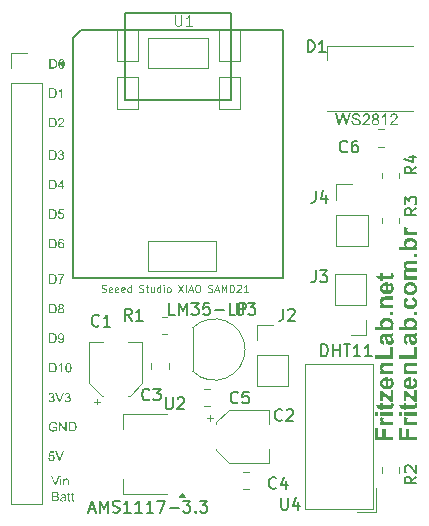
<source format=gbr>
%TF.GenerationSoftware,KiCad,Pcbnew,8.0.1*%
%TF.CreationDate,2024-05-28T10:15:12-03:00*%
%TF.ProjectId,ESP32C6-dev-board,45535033-3243-4362-9d64-65762d626f61,rev?*%
%TF.SameCoordinates,Original*%
%TF.FileFunction,Legend,Top*%
%TF.FilePolarity,Positive*%
%FSLAX46Y46*%
G04 Gerber Fmt 4.6, Leading zero omitted, Abs format (unit mm)*
G04 Created by KiCad (PCBNEW 8.0.1) date 2024-05-28 10:15:12*
%MOMM*%
%LPD*%
G01*
G04 APERTURE LIST*
%ADD10C,0.187500*%
%ADD11C,0.162500*%
%ADD12C,0.300000*%
%ADD13C,0.150000*%
%ADD14C,0.101600*%
%ADD15C,0.076200*%
%ADD16C,0.120000*%
%ADD17C,0.127000*%
%ADD18C,0.066040*%
%ADD19C,0.254000*%
G04 APERTURE END LIST*
D10*
G36*
X126158618Y-103269892D02*
G01*
X126201695Y-103272468D01*
X126241293Y-103277506D01*
X126257829Y-103280883D01*
X126299076Y-103293454D01*
X126336353Y-103311139D01*
X126369662Y-103333937D01*
X126375847Y-103339110D01*
X126405767Y-103368163D01*
X126431632Y-103401002D01*
X126453443Y-103437626D01*
X126471200Y-103478036D01*
X126483534Y-103516125D01*
X126492838Y-103556532D01*
X126499113Y-103599259D01*
X126502359Y-103644304D01*
X126502854Y-103671085D01*
X126501825Y-103710595D01*
X126498131Y-103753277D01*
X126491750Y-103793320D01*
X126481360Y-103835217D01*
X126468406Y-103873496D01*
X126451729Y-103911460D01*
X126430607Y-103947667D01*
X126426454Y-103953625D01*
X126400488Y-103985994D01*
X126370312Y-104014734D01*
X126353182Y-104027484D01*
X126318054Y-104047106D01*
X126280763Y-104061440D01*
X126256852Y-104068127D01*
X126216179Y-104076025D01*
X126175756Y-104080360D01*
X126136570Y-104081945D01*
X126127501Y-104082000D01*
X125836755Y-104082000D01*
X125836755Y-103362949D01*
X125943440Y-103362949D01*
X125943440Y-103988210D01*
X126115387Y-103988210D01*
X126157510Y-103987020D01*
X126197932Y-103982906D01*
X126237572Y-103974091D01*
X126240439Y-103973165D01*
X126276589Y-103957644D01*
X126309293Y-103934136D01*
X126312735Y-103930764D01*
X126338802Y-103898158D01*
X126358545Y-103861703D01*
X126371744Y-103827205D01*
X126382040Y-103788426D01*
X126388966Y-103745289D01*
X126392293Y-103703285D01*
X126393042Y-103669522D01*
X126391579Y-103623411D01*
X126387189Y-103581503D01*
X126378370Y-103537925D01*
X126365567Y-103500068D01*
X126351423Y-103472174D01*
X126326700Y-103436977D01*
X126299134Y-103408983D01*
X126265169Y-103386326D01*
X126250600Y-103379752D01*
X126211142Y-103369513D01*
X126171884Y-103364934D01*
X126130033Y-103363096D01*
X126112651Y-103362949D01*
X125943440Y-103362949D01*
X125836755Y-103362949D01*
X125836755Y-103269159D01*
X126114410Y-103269159D01*
X126158618Y-103269892D01*
G37*
G36*
X126901393Y-103272529D02*
G01*
X126942377Y-103282637D01*
X126981228Y-103299484D01*
X127001891Y-103311755D01*
X127036017Y-103338465D01*
X127065198Y-103370893D01*
X127086985Y-103404519D01*
X127100760Y-103432704D01*
X127113932Y-103470435D01*
X127123868Y-103514898D01*
X127129810Y-103558367D01*
X127132946Y-103598370D01*
X127134431Y-103641807D01*
X127134563Y-103660143D01*
X127133743Y-103706967D01*
X127131281Y-103750719D01*
X127127179Y-103791399D01*
X127120090Y-103836160D01*
X127110637Y-103876496D01*
X127100956Y-103906731D01*
X127084767Y-103944814D01*
X127062419Y-103983209D01*
X127035967Y-104016133D01*
X127005412Y-104043586D01*
X127001304Y-104046633D01*
X126966769Y-104067577D01*
X126929399Y-104082537D01*
X126889197Y-104091513D01*
X126846161Y-104094505D01*
X126806442Y-104091952D01*
X126765100Y-104082784D01*
X126728082Y-104066948D01*
X126695387Y-104044444D01*
X126691605Y-104041162D01*
X126664689Y-104011694D01*
X126643733Y-103976829D01*
X126628736Y-103936565D01*
X126620503Y-103896907D01*
X126619699Y-103890904D01*
X126714856Y-103881916D01*
X126724462Y-103921342D01*
X126741681Y-103958931D01*
X126760774Y-103982153D01*
X126794359Y-104003391D01*
X126835274Y-104012735D01*
X126848311Y-104013221D01*
X126888545Y-104008713D01*
X126926067Y-103993967D01*
X126928227Y-103992704D01*
X126959490Y-103968769D01*
X126984501Y-103937994D01*
X127003612Y-103900473D01*
X127016613Y-103862852D01*
X127021430Y-103845182D01*
X127029885Y-103804785D01*
X127034830Y-103763927D01*
X127036280Y-103726382D01*
X127035694Y-103706842D01*
X127010369Y-103737892D01*
X126978944Y-103764215D01*
X126954605Y-103779138D01*
X126918283Y-103794935D01*
X126879975Y-103804175D01*
X126843426Y-103806884D01*
X126801125Y-103803406D01*
X126761761Y-103792972D01*
X126725332Y-103775581D01*
X126691840Y-103751234D01*
X126674019Y-103734198D01*
X126647067Y-103700096D01*
X126626735Y-103661562D01*
X126613023Y-103618597D01*
X126606538Y-103578242D01*
X126605141Y-103548378D01*
X126706454Y-103548378D01*
X126710133Y-103590337D01*
X126722849Y-103631485D01*
X126744648Y-103666869D01*
X126752958Y-103676361D01*
X126784122Y-103702327D01*
X126823251Y-103719782D01*
X126863231Y-103725552D01*
X126867459Y-103725600D01*
X126908042Y-103720792D01*
X126947129Y-103704395D01*
X126977613Y-103679390D01*
X126980397Y-103676361D01*
X127003787Y-103641885D01*
X127017432Y-103604526D01*
X127024059Y-103561170D01*
X127024752Y-103539976D01*
X127021919Y-103498650D01*
X127011958Y-103457530D01*
X126994826Y-103422098D01*
X126979420Y-103401637D01*
X126949294Y-103374640D01*
X126912013Y-103356493D01*
X126870390Y-103350443D01*
X126830773Y-103355824D01*
X126794477Y-103371967D01*
X126761500Y-103398872D01*
X126755303Y-103405545D01*
X126731690Y-103439120D01*
X126715804Y-103477858D01*
X126708172Y-103516625D01*
X126706454Y-103548378D01*
X126605141Y-103548378D01*
X126604849Y-103542125D01*
X126607391Y-103497719D01*
X126615016Y-103456680D01*
X126627724Y-103419006D01*
X126648975Y-103379308D01*
X126677145Y-103344191D01*
X126710523Y-103314955D01*
X126747398Y-103292900D01*
X126787770Y-103278025D01*
X126831638Y-103270332D01*
X126858276Y-103269159D01*
X126901393Y-103272529D01*
G37*
G36*
X126158618Y-100769892D02*
G01*
X126201695Y-100772468D01*
X126241293Y-100777506D01*
X126257829Y-100780883D01*
X126299076Y-100793454D01*
X126336353Y-100811139D01*
X126369662Y-100833937D01*
X126375847Y-100839110D01*
X126405767Y-100868163D01*
X126431632Y-100901002D01*
X126453443Y-100937626D01*
X126471200Y-100978036D01*
X126483534Y-101016125D01*
X126492838Y-101056532D01*
X126499113Y-101099259D01*
X126502359Y-101144304D01*
X126502854Y-101171085D01*
X126501825Y-101210595D01*
X126498131Y-101253277D01*
X126491750Y-101293320D01*
X126481360Y-101335217D01*
X126468406Y-101373496D01*
X126451729Y-101411460D01*
X126430607Y-101447667D01*
X126426454Y-101453625D01*
X126400488Y-101485994D01*
X126370312Y-101514734D01*
X126353182Y-101527484D01*
X126318054Y-101547106D01*
X126280763Y-101561440D01*
X126256852Y-101568127D01*
X126216179Y-101576025D01*
X126175756Y-101580360D01*
X126136570Y-101581945D01*
X126127501Y-101582000D01*
X125836755Y-101582000D01*
X125836755Y-100862949D01*
X125943440Y-100862949D01*
X125943440Y-101488210D01*
X126115387Y-101488210D01*
X126157510Y-101487020D01*
X126197932Y-101482906D01*
X126237572Y-101474091D01*
X126240439Y-101473165D01*
X126276589Y-101457644D01*
X126309293Y-101434136D01*
X126312735Y-101430764D01*
X126338802Y-101398158D01*
X126358545Y-101361703D01*
X126371744Y-101327205D01*
X126382040Y-101288426D01*
X126388966Y-101245289D01*
X126392293Y-101203285D01*
X126393042Y-101169522D01*
X126391579Y-101123411D01*
X126387189Y-101081503D01*
X126378370Y-101037925D01*
X126365567Y-101000068D01*
X126351423Y-100972174D01*
X126326700Y-100936977D01*
X126299134Y-100908983D01*
X126265169Y-100886326D01*
X126250600Y-100879752D01*
X126211142Y-100869513D01*
X126171884Y-100864934D01*
X126130033Y-100863096D01*
X126112651Y-100862949D01*
X125943440Y-100862949D01*
X125836755Y-100862949D01*
X125836755Y-100769159D01*
X126114410Y-100769159D01*
X126158618Y-100769892D01*
G37*
G36*
X126911648Y-100772123D02*
G01*
X126951892Y-100781015D01*
X126988190Y-100795835D01*
X127024841Y-100820030D01*
X127037257Y-100831099D01*
X127065467Y-100863669D01*
X127085617Y-100899634D01*
X127097707Y-100938994D01*
X127101737Y-100981748D01*
X127097588Y-101022186D01*
X127083729Y-101061342D01*
X127072233Y-101080422D01*
X127043356Y-101111236D01*
X127007713Y-101134070D01*
X126982937Y-101144903D01*
X127021890Y-101160771D01*
X127055216Y-101181337D01*
X127085648Y-101209700D01*
X127095875Y-101222669D01*
X127116277Y-101258295D01*
X127129123Y-101298003D01*
X127134223Y-101337232D01*
X127134563Y-101351043D01*
X127131066Y-101394599D01*
X127120576Y-101434995D01*
X127103092Y-101472230D01*
X127078613Y-101506306D01*
X127061486Y-101524358D01*
X127027308Y-101551691D01*
X126988717Y-101572310D01*
X126945712Y-101586216D01*
X126905339Y-101592792D01*
X126869218Y-101594505D01*
X126826136Y-101592032D01*
X126786282Y-101584613D01*
X126743867Y-101569706D01*
X126705846Y-101548068D01*
X126676755Y-101524163D01*
X126648280Y-101491638D01*
X126626799Y-101455785D01*
X126612312Y-101416604D01*
X126604819Y-101374094D01*
X126603712Y-101349090D01*
X126705478Y-101349090D01*
X126710460Y-101390464D01*
X126724182Y-101428100D01*
X126725408Y-101430569D01*
X126748526Y-101463665D01*
X126780145Y-101488947D01*
X126785003Y-101491727D01*
X126823520Y-101507155D01*
X126864699Y-101513137D01*
X126870390Y-101513221D01*
X126912194Y-101508794D01*
X126949189Y-101495513D01*
X126984330Y-101470678D01*
X126987236Y-101467889D01*
X127011657Y-101437031D01*
X127028073Y-101397532D01*
X127033499Y-101356576D01*
X127033545Y-101352216D01*
X127028889Y-101310168D01*
X127014921Y-101272928D01*
X126991642Y-101240498D01*
X126985868Y-101234588D01*
X126953865Y-101210065D01*
X126917206Y-101194624D01*
X126875890Y-101188266D01*
X126867069Y-101188085D01*
X126825696Y-101192588D01*
X126789018Y-101206098D01*
X126757033Y-101228614D01*
X126751200Y-101234198D01*
X126727088Y-101265148D01*
X126710880Y-101304394D01*
X126705522Y-101344801D01*
X126705478Y-101349090D01*
X126603712Y-101349090D01*
X126603677Y-101348308D01*
X126606830Y-101306244D01*
X126616289Y-101268198D01*
X126634195Y-101230638D01*
X126643538Y-101217003D01*
X126671751Y-101187209D01*
X126706567Y-101164018D01*
X126743547Y-101148790D01*
X126757062Y-101144903D01*
X126718510Y-101127011D01*
X126685038Y-101102226D01*
X126665812Y-101080032D01*
X126646583Y-101042999D01*
X126637534Y-101003949D01*
X126636113Y-100979013D01*
X126636456Y-100975300D01*
X126737327Y-100975300D01*
X126742493Y-101015829D01*
X126759748Y-101052976D01*
X126774061Y-101070066D01*
X126807678Y-101093850D01*
X126845120Y-101105043D01*
X126869804Y-101106801D01*
X126909710Y-101101662D01*
X126946431Y-101084499D01*
X126963398Y-101070262D01*
X126987055Y-101037865D01*
X126998652Y-101000051D01*
X126999937Y-100980771D01*
X126994634Y-100941918D01*
X126976920Y-100905409D01*
X126962226Y-100888154D01*
X126928681Y-100863738D01*
X126889008Y-100851769D01*
X126868632Y-100850443D01*
X126828854Y-100855609D01*
X126791900Y-100872864D01*
X126774647Y-100887177D01*
X126750484Y-100919443D01*
X126738238Y-100959599D01*
X126737327Y-100975300D01*
X126636456Y-100975300D01*
X126640057Y-100936344D01*
X126651891Y-100897240D01*
X126671613Y-100861703D01*
X126699225Y-100829732D01*
X126733480Y-100803231D01*
X126772937Y-100784302D01*
X126811730Y-100773951D01*
X126854506Y-100769396D01*
X126867459Y-100769159D01*
X126911648Y-100772123D01*
G37*
G36*
X126158618Y-98269892D02*
G01*
X126201695Y-98272468D01*
X126241293Y-98277506D01*
X126257829Y-98280883D01*
X126299076Y-98293454D01*
X126336353Y-98311139D01*
X126369662Y-98333937D01*
X126375847Y-98339110D01*
X126405767Y-98368163D01*
X126431632Y-98401002D01*
X126453443Y-98437626D01*
X126471200Y-98478036D01*
X126483534Y-98516125D01*
X126492838Y-98556532D01*
X126499113Y-98599259D01*
X126502359Y-98644304D01*
X126502854Y-98671085D01*
X126501825Y-98710595D01*
X126498131Y-98753277D01*
X126491750Y-98793320D01*
X126481360Y-98835217D01*
X126468406Y-98873496D01*
X126451729Y-98911460D01*
X126430607Y-98947667D01*
X126426454Y-98953625D01*
X126400488Y-98985994D01*
X126370312Y-99014734D01*
X126353182Y-99027484D01*
X126318054Y-99047106D01*
X126280763Y-99061440D01*
X126256852Y-99068127D01*
X126216179Y-99076025D01*
X126175756Y-99080360D01*
X126136570Y-99081945D01*
X126127501Y-99082000D01*
X125836755Y-99082000D01*
X125836755Y-98362949D01*
X125943440Y-98362949D01*
X125943440Y-98988210D01*
X126115387Y-98988210D01*
X126157510Y-98987020D01*
X126197932Y-98982906D01*
X126237572Y-98974091D01*
X126240439Y-98973165D01*
X126276589Y-98957644D01*
X126309293Y-98934136D01*
X126312735Y-98930764D01*
X126338802Y-98898158D01*
X126358545Y-98861703D01*
X126371744Y-98827205D01*
X126382040Y-98788426D01*
X126388966Y-98745289D01*
X126392293Y-98703285D01*
X126393042Y-98669522D01*
X126391579Y-98623411D01*
X126387189Y-98581503D01*
X126378370Y-98537925D01*
X126365567Y-98500068D01*
X126351423Y-98472174D01*
X126326700Y-98436977D01*
X126299134Y-98408983D01*
X126265169Y-98386326D01*
X126250600Y-98379752D01*
X126211142Y-98369513D01*
X126171884Y-98364934D01*
X126130033Y-98363096D01*
X126112651Y-98362949D01*
X125943440Y-98362949D01*
X125836755Y-98362949D01*
X125836755Y-98269159D01*
X126114410Y-98269159D01*
X126158618Y-98269892D01*
G37*
G36*
X126611493Y-98375454D02*
G01*
X126611493Y-98281665D01*
X127133000Y-98281665D01*
X127133000Y-98358650D01*
X127104179Y-98391481D01*
X127075454Y-98428131D01*
X127051589Y-98461590D01*
X127027792Y-98497702D01*
X127004061Y-98536466D01*
X126980397Y-98577882D01*
X126957663Y-98620759D01*
X126936598Y-98664027D01*
X126917202Y-98707687D01*
X126899477Y-98751737D01*
X126883420Y-98796179D01*
X126869034Y-98841012D01*
X126863747Y-98859055D01*
X126853365Y-98897910D01*
X126844494Y-98938125D01*
X126837135Y-98979701D01*
X126831287Y-99022636D01*
X126826950Y-99066932D01*
X126825840Y-99082000D01*
X126724040Y-99082000D01*
X126726427Y-99038119D01*
X126731048Y-98997471D01*
X126738045Y-98954020D01*
X126745692Y-98915670D01*
X126754990Y-98875374D01*
X126761360Y-98850262D01*
X126773293Y-98808007D01*
X126786742Y-98766239D01*
X126801709Y-98724957D01*
X126818193Y-98684161D01*
X126836193Y-98643853D01*
X126855711Y-98604031D01*
X126863942Y-98588238D01*
X126885030Y-98549761D01*
X126906528Y-98513221D01*
X126928437Y-98478618D01*
X126950755Y-98445951D01*
X126978079Y-98409308D01*
X127005994Y-98375454D01*
X126611493Y-98375454D01*
G37*
G36*
X126158618Y-95269892D02*
G01*
X126201695Y-95272468D01*
X126241293Y-95277506D01*
X126257829Y-95280883D01*
X126299076Y-95293454D01*
X126336353Y-95311139D01*
X126369662Y-95333937D01*
X126375847Y-95339110D01*
X126405767Y-95368163D01*
X126431632Y-95401002D01*
X126453443Y-95437626D01*
X126471200Y-95478036D01*
X126483534Y-95516125D01*
X126492838Y-95556532D01*
X126499113Y-95599259D01*
X126502359Y-95644304D01*
X126502854Y-95671085D01*
X126501825Y-95710595D01*
X126498131Y-95753277D01*
X126491750Y-95793320D01*
X126481360Y-95835217D01*
X126468406Y-95873496D01*
X126451729Y-95911460D01*
X126430607Y-95947667D01*
X126426454Y-95953625D01*
X126400488Y-95985994D01*
X126370312Y-96014734D01*
X126353182Y-96027484D01*
X126318054Y-96047106D01*
X126280763Y-96061440D01*
X126256852Y-96068127D01*
X126216179Y-96076025D01*
X126175756Y-96080360D01*
X126136570Y-96081945D01*
X126127501Y-96082000D01*
X125836755Y-96082000D01*
X125836755Y-95362949D01*
X125943440Y-95362949D01*
X125943440Y-95988210D01*
X126115387Y-95988210D01*
X126157510Y-95987020D01*
X126197932Y-95982906D01*
X126237572Y-95974091D01*
X126240439Y-95973165D01*
X126276589Y-95957644D01*
X126309293Y-95934136D01*
X126312735Y-95930764D01*
X126338802Y-95898158D01*
X126358545Y-95861703D01*
X126371744Y-95827205D01*
X126382040Y-95788426D01*
X126388966Y-95745289D01*
X126392293Y-95703285D01*
X126393042Y-95669522D01*
X126391579Y-95623411D01*
X126387189Y-95581503D01*
X126378370Y-95537925D01*
X126365567Y-95500068D01*
X126351423Y-95472174D01*
X126326700Y-95436977D01*
X126299134Y-95408983D01*
X126265169Y-95386326D01*
X126250600Y-95379752D01*
X126211142Y-95369513D01*
X126171884Y-95364934D01*
X126130033Y-95363096D01*
X126112651Y-95362949D01*
X125943440Y-95362949D01*
X125836755Y-95362949D01*
X125836755Y-95269159D01*
X126114410Y-95269159D01*
X126158618Y-95269892D01*
G37*
G36*
X126929515Y-95271768D02*
G01*
X126971149Y-95281138D01*
X127008461Y-95297322D01*
X127041449Y-95320320D01*
X127045268Y-95323674D01*
X127072611Y-95353435D01*
X127093872Y-95388399D01*
X127109052Y-95428564D01*
X127117346Y-95467977D01*
X127118150Y-95473933D01*
X127019867Y-95481748D01*
X127008363Y-95441228D01*
X126991052Y-95405624D01*
X126982351Y-95394212D01*
X126949672Y-95367540D01*
X126911716Y-95353179D01*
X126883482Y-95350443D01*
X126844314Y-95355417D01*
X126807245Y-95371787D01*
X126800439Y-95376431D01*
X126770665Y-95403184D01*
X126745555Y-95437233D01*
X126726775Y-95474519D01*
X126713743Y-95515022D01*
X126705557Y-95558317D01*
X126701020Y-95601830D01*
X126699081Y-95643310D01*
X126698834Y-95657994D01*
X126725287Y-95625804D01*
X126755481Y-95599895D01*
X126786175Y-95581790D01*
X126825669Y-95566549D01*
X126866482Y-95558343D01*
X126894424Y-95556780D01*
X126936343Y-95560277D01*
X126975421Y-95570767D01*
X127011656Y-95588252D01*
X127045048Y-95612730D01*
X127062854Y-95629857D01*
X127089958Y-95663791D01*
X127110405Y-95701819D01*
X127124194Y-95743944D01*
X127130716Y-95783309D01*
X127132414Y-95818413D01*
X127129817Y-95860333D01*
X127122028Y-95900584D01*
X127109045Y-95939165D01*
X127099588Y-95959878D01*
X127079285Y-95994177D01*
X127052159Y-96026630D01*
X127020224Y-96053131D01*
X127009706Y-96059920D01*
X126972540Y-96078158D01*
X126932358Y-96089641D01*
X126889161Y-96094370D01*
X126880160Y-96094505D01*
X126835386Y-96091297D01*
X126793826Y-96081673D01*
X126755482Y-96065633D01*
X126720352Y-96043177D01*
X126688437Y-96014305D01*
X126678513Y-96003256D01*
X126652018Y-95964881D01*
X126634126Y-95926553D01*
X126620041Y-95882453D01*
X126611514Y-95843017D01*
X126607680Y-95815872D01*
X126714270Y-95815872D01*
X126717850Y-95857519D01*
X126728588Y-95897682D01*
X126735959Y-95915719D01*
X126756419Y-95950715D01*
X126784800Y-95980037D01*
X126796531Y-95988406D01*
X126834026Y-96006217D01*
X126873239Y-96013124D01*
X126878597Y-96013221D01*
X126919529Y-96007125D01*
X126956351Y-95988839D01*
X126986259Y-95961637D01*
X127010061Y-95925771D01*
X127023946Y-95887293D01*
X127030293Y-95848159D01*
X127031395Y-95821344D01*
X127028611Y-95781007D01*
X127018822Y-95741029D01*
X126999679Y-95703316D01*
X126986845Y-95687108D01*
X126956750Y-95661245D01*
X126918444Y-95643859D01*
X126878892Y-95638112D01*
X126874689Y-95638064D01*
X126834786Y-95642853D01*
X126795476Y-95659185D01*
X126763908Y-95684090D01*
X126760969Y-95687108D01*
X126736343Y-95720756D01*
X126720837Y-95760396D01*
X126714681Y-95801194D01*
X126714270Y-95815872D01*
X126607680Y-95815872D01*
X126605423Y-95799887D01*
X126601769Y-95753062D01*
X126600551Y-95702544D01*
X126601308Y-95659740D01*
X126603580Y-95619182D01*
X126608966Y-95568600D01*
X126617044Y-95522010D01*
X126627815Y-95479414D01*
X126641279Y-95440812D01*
X126661896Y-95398174D01*
X126686720Y-95361776D01*
X126716771Y-95330301D01*
X126750504Y-95305338D01*
X126787919Y-95286887D01*
X126829016Y-95274948D01*
X126873794Y-95269521D01*
X126889539Y-95269159D01*
X126929515Y-95271768D01*
G37*
G36*
X126158618Y-92769892D02*
G01*
X126201695Y-92772468D01*
X126241293Y-92777506D01*
X126257829Y-92780883D01*
X126299076Y-92793454D01*
X126336353Y-92811139D01*
X126369662Y-92833937D01*
X126375847Y-92839110D01*
X126405767Y-92868163D01*
X126431632Y-92901002D01*
X126453443Y-92937626D01*
X126471200Y-92978036D01*
X126483534Y-93016125D01*
X126492838Y-93056532D01*
X126499113Y-93099259D01*
X126502359Y-93144304D01*
X126502854Y-93171085D01*
X126501825Y-93210595D01*
X126498131Y-93253277D01*
X126491750Y-93293320D01*
X126481360Y-93335217D01*
X126468406Y-93373496D01*
X126451729Y-93411460D01*
X126430607Y-93447667D01*
X126426454Y-93453625D01*
X126400488Y-93485994D01*
X126370312Y-93514734D01*
X126353182Y-93527484D01*
X126318054Y-93547106D01*
X126280763Y-93561440D01*
X126256852Y-93568127D01*
X126216179Y-93576025D01*
X126175756Y-93580360D01*
X126136570Y-93581945D01*
X126127501Y-93582000D01*
X125836755Y-93582000D01*
X125836755Y-92862949D01*
X125943440Y-92862949D01*
X125943440Y-93488210D01*
X126115387Y-93488210D01*
X126157510Y-93487020D01*
X126197932Y-93482906D01*
X126237572Y-93474091D01*
X126240439Y-93473165D01*
X126276589Y-93457644D01*
X126309293Y-93434136D01*
X126312735Y-93430764D01*
X126338802Y-93398158D01*
X126358545Y-93361703D01*
X126371744Y-93327205D01*
X126382040Y-93288426D01*
X126388966Y-93245289D01*
X126392293Y-93203285D01*
X126393042Y-93169522D01*
X126391579Y-93123411D01*
X126387189Y-93081503D01*
X126378370Y-93037925D01*
X126365567Y-93000068D01*
X126351423Y-92972174D01*
X126326700Y-92936977D01*
X126299134Y-92908983D01*
X126265169Y-92886326D01*
X126250600Y-92879752D01*
X126211142Y-92869513D01*
X126171884Y-92864934D01*
X126130033Y-92863096D01*
X126112651Y-92862949D01*
X125943440Y-92862949D01*
X125836755Y-92862949D01*
X125836755Y-92769159D01*
X126114410Y-92769159D01*
X126158618Y-92769892D01*
G37*
G36*
X126604849Y-93369411D02*
G01*
X126708799Y-93360618D01*
X126717695Y-93400389D01*
X126733235Y-93437583D01*
X126757205Y-93469989D01*
X126762337Y-93474923D01*
X126796290Y-93498261D01*
X126835134Y-93510827D01*
X126863747Y-93513221D01*
X126906184Y-93507840D01*
X126944347Y-93491697D01*
X126978236Y-93464792D01*
X126984501Y-93458120D01*
X127008492Y-93424297D01*
X127024631Y-93384817D01*
X127032386Y-93344975D01*
X127034131Y-93312160D01*
X127031151Y-93271164D01*
X127020675Y-93230503D01*
X127002657Y-93195622D01*
X126986454Y-93175579D01*
X126953898Y-93149201D01*
X126915578Y-93132593D01*
X126876164Y-93125998D01*
X126861988Y-93125558D01*
X126822029Y-93129897D01*
X126783118Y-93144174D01*
X126775819Y-93148224D01*
X126743339Y-93172295D01*
X126718071Y-93202377D01*
X126715247Y-93206842D01*
X126622435Y-93194728D01*
X126700397Y-92781665D01*
X127101151Y-92781665D01*
X127101151Y-92875454D01*
X126779532Y-92875454D01*
X126736154Y-93091951D01*
X126772925Y-93071092D01*
X126810551Y-93056193D01*
X126849031Y-93047254D01*
X126888367Y-93044274D01*
X126932948Y-93047790D01*
X126974370Y-93058337D01*
X127012631Y-93075915D01*
X127047732Y-93100524D01*
X127066371Y-93117743D01*
X127094693Y-93151819D01*
X127116059Y-93189935D01*
X127130468Y-93232090D01*
X127137283Y-93271437D01*
X127139057Y-93306494D01*
X127136818Y-93346622D01*
X127128545Y-93390782D01*
X127114175Y-93432080D01*
X127093710Y-93470518D01*
X127075359Y-93496221D01*
X127044284Y-93529622D01*
X127009239Y-93556113D01*
X126970224Y-93575693D01*
X126927238Y-93588362D01*
X126888383Y-93593641D01*
X126863747Y-93594505D01*
X126823916Y-93592341D01*
X126781041Y-93584347D01*
X126742038Y-93570462D01*
X126706905Y-93550687D01*
X126684180Y-93532956D01*
X126656675Y-93504026D01*
X126634855Y-93471262D01*
X126618719Y-93434665D01*
X126608269Y-93394235D01*
X126604849Y-93369411D01*
G37*
G36*
X126158618Y-90269892D02*
G01*
X126201695Y-90272468D01*
X126241293Y-90277506D01*
X126257829Y-90280883D01*
X126299076Y-90293454D01*
X126336353Y-90311139D01*
X126369662Y-90333937D01*
X126375847Y-90339110D01*
X126405767Y-90368163D01*
X126431632Y-90401002D01*
X126453443Y-90437626D01*
X126471200Y-90478036D01*
X126483534Y-90516125D01*
X126492838Y-90556532D01*
X126499113Y-90599259D01*
X126502359Y-90644304D01*
X126502854Y-90671085D01*
X126501825Y-90710595D01*
X126498131Y-90753277D01*
X126491750Y-90793320D01*
X126481360Y-90835217D01*
X126468406Y-90873496D01*
X126451729Y-90911460D01*
X126430607Y-90947667D01*
X126426454Y-90953625D01*
X126400488Y-90985994D01*
X126370312Y-91014734D01*
X126353182Y-91027484D01*
X126318054Y-91047106D01*
X126280763Y-91061440D01*
X126256852Y-91068127D01*
X126216179Y-91076025D01*
X126175756Y-91080360D01*
X126136570Y-91081945D01*
X126127501Y-91082000D01*
X125836755Y-91082000D01*
X125836755Y-90362949D01*
X125943440Y-90362949D01*
X125943440Y-90988210D01*
X126115387Y-90988210D01*
X126157510Y-90987020D01*
X126197932Y-90982906D01*
X126237572Y-90974091D01*
X126240439Y-90973165D01*
X126276589Y-90957644D01*
X126309293Y-90934136D01*
X126312735Y-90930764D01*
X126338802Y-90898158D01*
X126358545Y-90861703D01*
X126371744Y-90827205D01*
X126382040Y-90788426D01*
X126388966Y-90745289D01*
X126392293Y-90703285D01*
X126393042Y-90669522D01*
X126391579Y-90623411D01*
X126387189Y-90581503D01*
X126378370Y-90537925D01*
X126365567Y-90500068D01*
X126351423Y-90472174D01*
X126326700Y-90436977D01*
X126299134Y-90408983D01*
X126265169Y-90386326D01*
X126250600Y-90379752D01*
X126211142Y-90369513D01*
X126171884Y-90364934D01*
X126130033Y-90363096D01*
X126112651Y-90362949D01*
X125943440Y-90362949D01*
X125836755Y-90362949D01*
X125836755Y-90269159D01*
X126114410Y-90269159D01*
X126158618Y-90269892D01*
G37*
G36*
X127020844Y-90794379D02*
G01*
X127129678Y-90794379D01*
X127129678Y-90885042D01*
X127020844Y-90885042D01*
X127020844Y-91082000D01*
X126921974Y-91082000D01*
X126921974Y-90885042D01*
X126572414Y-90885042D01*
X126572414Y-90794379D01*
X126669720Y-90794379D01*
X126921974Y-90794379D01*
X126921974Y-90428992D01*
X126669720Y-90794379D01*
X126572414Y-90794379D01*
X126940146Y-90269159D01*
X127020844Y-90269159D01*
X127020844Y-90794379D01*
G37*
G36*
X126158618Y-87769892D02*
G01*
X126201695Y-87772468D01*
X126241293Y-87777506D01*
X126257829Y-87780883D01*
X126299076Y-87793454D01*
X126336353Y-87811139D01*
X126369662Y-87833937D01*
X126375847Y-87839110D01*
X126405767Y-87868163D01*
X126431632Y-87901002D01*
X126453443Y-87937626D01*
X126471200Y-87978036D01*
X126483534Y-88016125D01*
X126492838Y-88056532D01*
X126499113Y-88099259D01*
X126502359Y-88144304D01*
X126502854Y-88171085D01*
X126501825Y-88210595D01*
X126498131Y-88253277D01*
X126491750Y-88293320D01*
X126481360Y-88335217D01*
X126468406Y-88373496D01*
X126451729Y-88411460D01*
X126430607Y-88447667D01*
X126426454Y-88453625D01*
X126400488Y-88485994D01*
X126370312Y-88514734D01*
X126353182Y-88527484D01*
X126318054Y-88547106D01*
X126280763Y-88561440D01*
X126256852Y-88568127D01*
X126216179Y-88576025D01*
X126175756Y-88580360D01*
X126136570Y-88581945D01*
X126127501Y-88582000D01*
X125836755Y-88582000D01*
X125836755Y-87862949D01*
X125943440Y-87862949D01*
X125943440Y-88488210D01*
X126115387Y-88488210D01*
X126157510Y-88487020D01*
X126197932Y-88482906D01*
X126237572Y-88474091D01*
X126240439Y-88473165D01*
X126276589Y-88457644D01*
X126309293Y-88434136D01*
X126312735Y-88430764D01*
X126338802Y-88398158D01*
X126358545Y-88361703D01*
X126371744Y-88327205D01*
X126382040Y-88288426D01*
X126388966Y-88245289D01*
X126392293Y-88203285D01*
X126393042Y-88169522D01*
X126391579Y-88123411D01*
X126387189Y-88081503D01*
X126378370Y-88037925D01*
X126365567Y-88000068D01*
X126351423Y-87972174D01*
X126326700Y-87936977D01*
X126299134Y-87908983D01*
X126265169Y-87886326D01*
X126250600Y-87879752D01*
X126211142Y-87869513D01*
X126171884Y-87864934D01*
X126130033Y-87863096D01*
X126112651Y-87862949D01*
X125943440Y-87862949D01*
X125836755Y-87862949D01*
X125836755Y-87769159D01*
X126114410Y-87769159D01*
X126158618Y-87769892D01*
G37*
G36*
X126605436Y-88370192D02*
G01*
X126704305Y-88356905D01*
X126714295Y-88395532D01*
X126729095Y-88432069D01*
X126752305Y-88466775D01*
X126762142Y-88476682D01*
X126795417Y-88498948D01*
X126833693Y-88510937D01*
X126861988Y-88513221D01*
X126903571Y-88508489D01*
X126940879Y-88494292D01*
X126973913Y-88470631D01*
X126980006Y-88464763D01*
X127005354Y-88432225D01*
X127021314Y-88395184D01*
X127027886Y-88353640D01*
X127028073Y-88344791D01*
X127023723Y-88304517D01*
X127008887Y-88265638D01*
X126983524Y-88232439D01*
X126950056Y-88207187D01*
X126910908Y-88192416D01*
X126870390Y-88188085D01*
X126829877Y-88192359D01*
X126800439Y-88199027D01*
X126811577Y-88105824D01*
X126827404Y-88106801D01*
X126869404Y-88102968D01*
X126908356Y-88091470D01*
X126941123Y-88074365D01*
X126969935Y-88047910D01*
X126987727Y-88009570D01*
X126991730Y-87974323D01*
X126985635Y-87933855D01*
X126965439Y-87897054D01*
X126954801Y-87885614D01*
X126921407Y-87862842D01*
X126880919Y-87851680D01*
X126859839Y-87850443D01*
X126819301Y-87855499D01*
X126781462Y-87872387D01*
X126763705Y-87886396D01*
X126738710Y-87918416D01*
X126722604Y-87956651D01*
X126714270Y-87994254D01*
X126615401Y-87976668D01*
X126625481Y-87935544D01*
X126639994Y-87898684D01*
X126662006Y-87861779D01*
X126689807Y-87830443D01*
X126697662Y-87823479D01*
X126731770Y-87799714D01*
X126769811Y-87782739D01*
X126811784Y-87772554D01*
X126851736Y-87769212D01*
X126857690Y-87769159D01*
X126897833Y-87771907D01*
X126939655Y-87781277D01*
X126979030Y-87797296D01*
X127014086Y-87819088D01*
X127042955Y-87845774D01*
X127063831Y-87874281D01*
X127081810Y-87911623D01*
X127091491Y-87950668D01*
X127093335Y-87977645D01*
X127088724Y-88018359D01*
X127074889Y-88056042D01*
X127065394Y-88072411D01*
X127038209Y-88104150D01*
X127005158Y-88128353D01*
X126982351Y-88140213D01*
X127020043Y-88152384D01*
X127055977Y-88172541D01*
X127085653Y-88199683D01*
X127093335Y-88209187D01*
X127114252Y-88244492D01*
X127127422Y-88284948D01*
X127132652Y-88325764D01*
X127133000Y-88340297D01*
X127129316Y-88385258D01*
X127118265Y-88427134D01*
X127099845Y-88465924D01*
X127074058Y-88501628D01*
X127056015Y-88520646D01*
X127025723Y-88545746D01*
X126986789Y-88568467D01*
X126943984Y-88584118D01*
X126904213Y-88591908D01*
X126861598Y-88594505D01*
X126816900Y-88591522D01*
X126775642Y-88582574D01*
X126737826Y-88567661D01*
X126703450Y-88546783D01*
X126685352Y-88532174D01*
X126657619Y-88503052D01*
X126635626Y-88470395D01*
X126619375Y-88434204D01*
X126608864Y-88394479D01*
X126605436Y-88370192D01*
G37*
G36*
X126158618Y-85019892D02*
G01*
X126201695Y-85022468D01*
X126241293Y-85027506D01*
X126257829Y-85030883D01*
X126299076Y-85043454D01*
X126336353Y-85061139D01*
X126369662Y-85083937D01*
X126375847Y-85089110D01*
X126405767Y-85118163D01*
X126431632Y-85151002D01*
X126453443Y-85187626D01*
X126471200Y-85228036D01*
X126483534Y-85266125D01*
X126492838Y-85306532D01*
X126499113Y-85349259D01*
X126502359Y-85394304D01*
X126502854Y-85421085D01*
X126501825Y-85460595D01*
X126498131Y-85503277D01*
X126491750Y-85543320D01*
X126481360Y-85585217D01*
X126468406Y-85623496D01*
X126451729Y-85661460D01*
X126430607Y-85697667D01*
X126426454Y-85703625D01*
X126400488Y-85735994D01*
X126370312Y-85764734D01*
X126353182Y-85777484D01*
X126318054Y-85797106D01*
X126280763Y-85811440D01*
X126256852Y-85818127D01*
X126216179Y-85826025D01*
X126175756Y-85830360D01*
X126136570Y-85831945D01*
X126127501Y-85832000D01*
X125836755Y-85832000D01*
X125836755Y-85112949D01*
X125943440Y-85112949D01*
X125943440Y-85738210D01*
X126115387Y-85738210D01*
X126157510Y-85737020D01*
X126197932Y-85732906D01*
X126237572Y-85724091D01*
X126240439Y-85723165D01*
X126276589Y-85707644D01*
X126309293Y-85684136D01*
X126312735Y-85680764D01*
X126338802Y-85648158D01*
X126358545Y-85611703D01*
X126371744Y-85577205D01*
X126382040Y-85538426D01*
X126388966Y-85495289D01*
X126392293Y-85453285D01*
X126393042Y-85419522D01*
X126391579Y-85373411D01*
X126387189Y-85331503D01*
X126378370Y-85287925D01*
X126365567Y-85250068D01*
X126351423Y-85222174D01*
X126326700Y-85186977D01*
X126299134Y-85158983D01*
X126265169Y-85136326D01*
X126250600Y-85129752D01*
X126211142Y-85119513D01*
X126171884Y-85114934D01*
X126130033Y-85113096D01*
X126112651Y-85112949D01*
X125943440Y-85112949D01*
X125836755Y-85112949D01*
X125836755Y-85019159D01*
X126114410Y-85019159D01*
X126158618Y-85019892D01*
G37*
G36*
X127124794Y-85738210D02*
G01*
X127124794Y-85832000D01*
X126592149Y-85832000D01*
X126595316Y-85792638D01*
X126603677Y-85763221D01*
X126620645Y-85725949D01*
X126641039Y-85692427D01*
X126666166Y-85659248D01*
X126668939Y-85655949D01*
X126697261Y-85624866D01*
X126727730Y-85595056D01*
X126758478Y-85567289D01*
X126793041Y-85537952D01*
X126798290Y-85533632D01*
X126829785Y-85507178D01*
X126865410Y-85476093D01*
X126896875Y-85447212D01*
X126929143Y-85415465D01*
X126959218Y-85382437D01*
X126975708Y-85361490D01*
X126998093Y-85326311D01*
X127014374Y-85288491D01*
X127021835Y-85248432D01*
X127022016Y-85241323D01*
X127016081Y-85199411D01*
X126998276Y-85162774D01*
X126979811Y-85141281D01*
X126947928Y-85118031D01*
X126910042Y-85104431D01*
X126870390Y-85100443D01*
X126828480Y-85104813D01*
X126788814Y-85119714D01*
X126755889Y-85145189D01*
X126731457Y-85180038D01*
X126717902Y-85218811D01*
X126712750Y-85259483D01*
X126712512Y-85269264D01*
X126610907Y-85258517D01*
X126616823Y-85216658D01*
X126626807Y-85178714D01*
X126643594Y-85139395D01*
X126665916Y-85105405D01*
X126689455Y-85080513D01*
X126721524Y-85056607D01*
X126758062Y-85038572D01*
X126799070Y-85026409D01*
X126837776Y-85020657D01*
X126872540Y-85019159D01*
X126914294Y-85021433D01*
X126958718Y-85029833D01*
X126998523Y-85044423D01*
X127033710Y-85065203D01*
X127056015Y-85083835D01*
X127082358Y-85113608D01*
X127104541Y-85151252D01*
X127118273Y-85192755D01*
X127123357Y-85232235D01*
X127123621Y-85244058D01*
X127120364Y-85283331D01*
X127110593Y-85322088D01*
X127103886Y-85339801D01*
X127085403Y-85375687D01*
X127061992Y-85409837D01*
X127038234Y-85438671D01*
X127007598Y-85470967D01*
X126977124Y-85500318D01*
X126946375Y-85528422D01*
X126911353Y-85559247D01*
X126885631Y-85581309D01*
X126854524Y-85607955D01*
X126823877Y-85634718D01*
X126793403Y-85662287D01*
X126771325Y-85683891D01*
X126745751Y-85714349D01*
X126729706Y-85738210D01*
X127124794Y-85738210D01*
G37*
G36*
X126158618Y-82519892D02*
G01*
X126201695Y-82522468D01*
X126241293Y-82527506D01*
X126257829Y-82530883D01*
X126299076Y-82543454D01*
X126336353Y-82561139D01*
X126369662Y-82583937D01*
X126375847Y-82589110D01*
X126405767Y-82618163D01*
X126431632Y-82651002D01*
X126453443Y-82687626D01*
X126471200Y-82728036D01*
X126483534Y-82766125D01*
X126492838Y-82806532D01*
X126499113Y-82849259D01*
X126502359Y-82894304D01*
X126502854Y-82921085D01*
X126501825Y-82960595D01*
X126498131Y-83003277D01*
X126491750Y-83043320D01*
X126481360Y-83085217D01*
X126468406Y-83123496D01*
X126451729Y-83161460D01*
X126430607Y-83197667D01*
X126426454Y-83203625D01*
X126400488Y-83235994D01*
X126370312Y-83264734D01*
X126353182Y-83277484D01*
X126318054Y-83297106D01*
X126280763Y-83311440D01*
X126256852Y-83318127D01*
X126216179Y-83326025D01*
X126175756Y-83330360D01*
X126136570Y-83331945D01*
X126127501Y-83332000D01*
X125836755Y-83332000D01*
X125836755Y-82612949D01*
X125943440Y-82612949D01*
X125943440Y-83238210D01*
X126115387Y-83238210D01*
X126157510Y-83237020D01*
X126197932Y-83232906D01*
X126237572Y-83224091D01*
X126240439Y-83223165D01*
X126276589Y-83207644D01*
X126309293Y-83184136D01*
X126312735Y-83180764D01*
X126338802Y-83148158D01*
X126358545Y-83111703D01*
X126371744Y-83077205D01*
X126382040Y-83038426D01*
X126388966Y-82995289D01*
X126392293Y-82953285D01*
X126393042Y-82919522D01*
X126391579Y-82873411D01*
X126387189Y-82831503D01*
X126378370Y-82787925D01*
X126365567Y-82750068D01*
X126351423Y-82722174D01*
X126326700Y-82686977D01*
X126299134Y-82658983D01*
X126265169Y-82636326D01*
X126250600Y-82629752D01*
X126211142Y-82619513D01*
X126171884Y-82614934D01*
X126130033Y-82613096D01*
X126112651Y-82612949D01*
X125943440Y-82612949D01*
X125836755Y-82612949D01*
X125836755Y-82519159D01*
X126114410Y-82519159D01*
X126158618Y-82519892D01*
G37*
G36*
X126977466Y-83332000D02*
G01*
X126878597Y-83332000D01*
X126878597Y-82698531D01*
X126848647Y-82724470D01*
X126815689Y-82748247D01*
X126784808Y-82767701D01*
X126749702Y-82787515D01*
X126713774Y-82805432D01*
X126680662Y-82819285D01*
X126680662Y-82719243D01*
X126715993Y-82701541D01*
X126753921Y-82679410D01*
X126789235Y-82655251D01*
X126821937Y-82629065D01*
X126825840Y-82625649D01*
X126854637Y-82598404D01*
X126881602Y-82568249D01*
X126904821Y-82535360D01*
X126913768Y-82519159D01*
X126977466Y-82519159D01*
X126977466Y-83332000D01*
G37*
G36*
X126193085Y-80051892D02*
G01*
X126236162Y-80054468D01*
X126275760Y-80059506D01*
X126292296Y-80062883D01*
X126333543Y-80075454D01*
X126370820Y-80093139D01*
X126404129Y-80115937D01*
X126410314Y-80121110D01*
X126440234Y-80150163D01*
X126466099Y-80183002D01*
X126487910Y-80219626D01*
X126505667Y-80260036D01*
X126518001Y-80298125D01*
X126527305Y-80338532D01*
X126533580Y-80381259D01*
X126536826Y-80426304D01*
X126537321Y-80453085D01*
X126536292Y-80492595D01*
X126532598Y-80535277D01*
X126526217Y-80575320D01*
X126515827Y-80617217D01*
X126502873Y-80655496D01*
X126486196Y-80693460D01*
X126465074Y-80729667D01*
X126460921Y-80735625D01*
X126434955Y-80767994D01*
X126404779Y-80796734D01*
X126387649Y-80809484D01*
X126352521Y-80829106D01*
X126315230Y-80843440D01*
X126291319Y-80850127D01*
X126250646Y-80858025D01*
X126210223Y-80862360D01*
X126171037Y-80863945D01*
X126161968Y-80864000D01*
X125871222Y-80864000D01*
X125871222Y-80144949D01*
X125977907Y-80144949D01*
X125977907Y-80770210D01*
X126149854Y-80770210D01*
X126191977Y-80769020D01*
X126232399Y-80764906D01*
X126272039Y-80756091D01*
X126274906Y-80755165D01*
X126311056Y-80739644D01*
X126343760Y-80716136D01*
X126347202Y-80712764D01*
X126373269Y-80680158D01*
X126393012Y-80643703D01*
X126406211Y-80609205D01*
X126416507Y-80570426D01*
X126423433Y-80527289D01*
X126426760Y-80485285D01*
X126427509Y-80451522D01*
X126426046Y-80405411D01*
X126421656Y-80363503D01*
X126412837Y-80319925D01*
X126400034Y-80282068D01*
X126385890Y-80254174D01*
X126361167Y-80218977D01*
X126333601Y-80190983D01*
X126299636Y-80168326D01*
X126285067Y-80161752D01*
X126245609Y-80151513D01*
X126206351Y-80146934D01*
X126164500Y-80145096D01*
X126147118Y-80144949D01*
X125977907Y-80144949D01*
X125871222Y-80144949D01*
X125871222Y-80051159D01*
X126148877Y-80051159D01*
X126193085Y-80051892D01*
G37*
G36*
X126944632Y-80054253D02*
G01*
X126983551Y-80063535D01*
X127015646Y-80077342D01*
X127050011Y-80100249D01*
X127079540Y-80129696D01*
X127096539Y-80152960D01*
X127116819Y-80189375D01*
X127132451Y-80226927D01*
X127144235Y-80264346D01*
X127146560Y-80273127D01*
X127154510Y-80311583D01*
X127160189Y-80356219D01*
X127163294Y-80400344D01*
X127164572Y-80441930D01*
X127164732Y-80464027D01*
X127164021Y-80507144D01*
X127161889Y-80547589D01*
X127157453Y-80592597D01*
X127150971Y-80633758D01*
X127140821Y-80676917D01*
X127135618Y-80693811D01*
X127119254Y-80735003D01*
X127099275Y-80771236D01*
X127075681Y-80802511D01*
X127048472Y-80828829D01*
X127013418Y-80851875D01*
X126973541Y-80867379D01*
X126934047Y-80874829D01*
X126901926Y-80876505D01*
X126860014Y-80873558D01*
X126821619Y-80864717D01*
X126781270Y-80846953D01*
X126745709Y-80821168D01*
X126719037Y-80792681D01*
X126696071Y-80758073D01*
X126676997Y-80717263D01*
X126664541Y-80680150D01*
X126654576Y-80639069D01*
X126647102Y-80594018D01*
X126642119Y-80544998D01*
X126640017Y-80505629D01*
X126639316Y-80464027D01*
X126639319Y-80463832D01*
X126740921Y-80463832D01*
X126741648Y-80511575D01*
X126743828Y-80555154D01*
X126747461Y-80594569D01*
X126754046Y-80637981D01*
X126764945Y-80681487D01*
X126781794Y-80720401D01*
X126787425Y-80729177D01*
X126815284Y-80761103D01*
X126850226Y-80784321D01*
X126889366Y-80794640D01*
X126901926Y-80795221D01*
X126942429Y-80788752D01*
X126978695Y-80769346D01*
X127007713Y-80740820D01*
X127016623Y-80728982D01*
X127034743Y-80693654D01*
X127046732Y-80653267D01*
X127054226Y-80612485D01*
X127059448Y-80565225D01*
X127061991Y-80522753D01*
X127063081Y-80476134D01*
X127063127Y-80463832D01*
X127062400Y-80415957D01*
X127060220Y-80372278D01*
X127056587Y-80332793D01*
X127050002Y-80289336D01*
X127039103Y-80245839D01*
X127022254Y-80207022D01*
X127016623Y-80198291D01*
X126988672Y-80166460D01*
X126953409Y-80143311D01*
X126913719Y-80133022D01*
X126900949Y-80132443D01*
X126861020Y-80138111D01*
X126823312Y-80157436D01*
X126794682Y-80186905D01*
X126792115Y-80190475D01*
X126772167Y-80228868D01*
X126758969Y-80271315D01*
X126750720Y-80313416D01*
X126744971Y-80361632D01*
X126742171Y-80404608D01*
X126740971Y-80451498D01*
X126740921Y-80463832D01*
X126639319Y-80463832D01*
X126640032Y-80420634D01*
X126642179Y-80379970D01*
X126646644Y-80334774D01*
X126653170Y-80293508D01*
X126663388Y-80250330D01*
X126668626Y-80233462D01*
X126685149Y-80192210D01*
X126705213Y-80155988D01*
X126728819Y-80124799D01*
X126755967Y-80098640D01*
X126790975Y-80075688D01*
X126830712Y-80060247D01*
X126870005Y-80052829D01*
X126901926Y-80051159D01*
X126944632Y-80054253D01*
G37*
G36*
X126158618Y-105769892D02*
G01*
X126201695Y-105772468D01*
X126241293Y-105777506D01*
X126257829Y-105780883D01*
X126299076Y-105793454D01*
X126336353Y-105811139D01*
X126369662Y-105833937D01*
X126375847Y-105839110D01*
X126405767Y-105868163D01*
X126431632Y-105901002D01*
X126453443Y-105937626D01*
X126471200Y-105978036D01*
X126483534Y-106016125D01*
X126492838Y-106056532D01*
X126499113Y-106099259D01*
X126502359Y-106144304D01*
X126502854Y-106171085D01*
X126501825Y-106210595D01*
X126498131Y-106253277D01*
X126491750Y-106293320D01*
X126481360Y-106335217D01*
X126468406Y-106373496D01*
X126451729Y-106411460D01*
X126430607Y-106447667D01*
X126426454Y-106453625D01*
X126400488Y-106485994D01*
X126370312Y-106514734D01*
X126353182Y-106527484D01*
X126318054Y-106547106D01*
X126280763Y-106561440D01*
X126256852Y-106568127D01*
X126216179Y-106576025D01*
X126175756Y-106580360D01*
X126136570Y-106581945D01*
X126127501Y-106582000D01*
X125836755Y-106582000D01*
X125836755Y-105862949D01*
X125943440Y-105862949D01*
X125943440Y-106488210D01*
X126115387Y-106488210D01*
X126157510Y-106487020D01*
X126197932Y-106482906D01*
X126237572Y-106474091D01*
X126240439Y-106473165D01*
X126276589Y-106457644D01*
X126309293Y-106434136D01*
X126312735Y-106430764D01*
X126338802Y-106398158D01*
X126358545Y-106361703D01*
X126371744Y-106327205D01*
X126382040Y-106288426D01*
X126388966Y-106245289D01*
X126392293Y-106203285D01*
X126393042Y-106169522D01*
X126391579Y-106123411D01*
X126387189Y-106081503D01*
X126378370Y-106037925D01*
X126365567Y-106000068D01*
X126351423Y-105972174D01*
X126326700Y-105936977D01*
X126299134Y-105908983D01*
X126265169Y-105886326D01*
X126250600Y-105879752D01*
X126211142Y-105869513D01*
X126171884Y-105864934D01*
X126130033Y-105863096D01*
X126112651Y-105862949D01*
X125943440Y-105862949D01*
X125836755Y-105862949D01*
X125836755Y-105769159D01*
X126114410Y-105769159D01*
X126158618Y-105769892D01*
G37*
G36*
X126977466Y-106582000D02*
G01*
X126878597Y-106582000D01*
X126878597Y-105948531D01*
X126848647Y-105974470D01*
X126815689Y-105998247D01*
X126784808Y-106017701D01*
X126749702Y-106037515D01*
X126713774Y-106055432D01*
X126680662Y-106069285D01*
X126680662Y-105969243D01*
X126715993Y-105951541D01*
X126753921Y-105929410D01*
X126789235Y-105905251D01*
X126821937Y-105879065D01*
X126825840Y-105875649D01*
X126854637Y-105848404D01*
X126881602Y-105818249D01*
X126904821Y-105785360D01*
X126913768Y-105769159D01*
X126977466Y-105769159D01*
X126977466Y-106582000D01*
G37*
G36*
X127533082Y-105772253D02*
G01*
X127572001Y-105781535D01*
X127604096Y-105795342D01*
X127638461Y-105818249D01*
X127667990Y-105847696D01*
X127684989Y-105870960D01*
X127705269Y-105907375D01*
X127720901Y-105944927D01*
X127732685Y-105982346D01*
X127735010Y-105991127D01*
X127742960Y-106029583D01*
X127748639Y-106074219D01*
X127751744Y-106118344D01*
X127753022Y-106159930D01*
X127753182Y-106182027D01*
X127752471Y-106225144D01*
X127750338Y-106265589D01*
X127745903Y-106310597D01*
X127739421Y-106351758D01*
X127729271Y-106394917D01*
X127724068Y-106411811D01*
X127707704Y-106453003D01*
X127687725Y-106489236D01*
X127664131Y-106520511D01*
X127636922Y-106546829D01*
X127601868Y-106569875D01*
X127561991Y-106585379D01*
X127522497Y-106592829D01*
X127490376Y-106594505D01*
X127448464Y-106591558D01*
X127410069Y-106582717D01*
X127369720Y-106564953D01*
X127334159Y-106539168D01*
X127307487Y-106510681D01*
X127284521Y-106476073D01*
X127265447Y-106435263D01*
X127252991Y-106398150D01*
X127243025Y-106357069D01*
X127235552Y-106312018D01*
X127230569Y-106262998D01*
X127228467Y-106223629D01*
X127227766Y-106182027D01*
X127227769Y-106181832D01*
X127329371Y-106181832D01*
X127330098Y-106229575D01*
X127332278Y-106273154D01*
X127335911Y-106312569D01*
X127342496Y-106355981D01*
X127353395Y-106399487D01*
X127370244Y-106438401D01*
X127375875Y-106447177D01*
X127403734Y-106479103D01*
X127438676Y-106502321D01*
X127477816Y-106512640D01*
X127490376Y-106513221D01*
X127530879Y-106506752D01*
X127567145Y-106487346D01*
X127596163Y-106458820D01*
X127605073Y-106446982D01*
X127623193Y-106411654D01*
X127635182Y-106371267D01*
X127642675Y-106330485D01*
X127647898Y-106283225D01*
X127650441Y-106240753D01*
X127651531Y-106194134D01*
X127651577Y-106181832D01*
X127650850Y-106133957D01*
X127648670Y-106090278D01*
X127645037Y-106050793D01*
X127638452Y-106007336D01*
X127627553Y-105963839D01*
X127610704Y-105925022D01*
X127605073Y-105916291D01*
X127577121Y-105884460D01*
X127541859Y-105861311D01*
X127502169Y-105851022D01*
X127489399Y-105850443D01*
X127449469Y-105856111D01*
X127411762Y-105875436D01*
X127383132Y-105904905D01*
X127380565Y-105908475D01*
X127360617Y-105946868D01*
X127347419Y-105989315D01*
X127339170Y-106031416D01*
X127333421Y-106079632D01*
X127330621Y-106122608D01*
X127329421Y-106169498D01*
X127329371Y-106181832D01*
X127227769Y-106181832D01*
X127228482Y-106138634D01*
X127230629Y-106097970D01*
X127235094Y-106052774D01*
X127241620Y-106011508D01*
X127251838Y-105968330D01*
X127257076Y-105951462D01*
X127273599Y-105910210D01*
X127293663Y-105873988D01*
X127317269Y-105842799D01*
X127344417Y-105816640D01*
X127379425Y-105793688D01*
X127419162Y-105778247D01*
X127458455Y-105770829D01*
X127490376Y-105769159D01*
X127533082Y-105772253D01*
G37*
G36*
X125801165Y-108902192D02*
G01*
X125900034Y-108888905D01*
X125910024Y-108927532D01*
X125924824Y-108964069D01*
X125948034Y-108998775D01*
X125957871Y-109008682D01*
X125991146Y-109030948D01*
X126029422Y-109042937D01*
X126057718Y-109045221D01*
X126099300Y-109040489D01*
X126136608Y-109026292D01*
X126169642Y-109002631D01*
X126175736Y-108996763D01*
X126201084Y-108964225D01*
X126217043Y-108927184D01*
X126223615Y-108885640D01*
X126223803Y-108876791D01*
X126219452Y-108836517D01*
X126204617Y-108797638D01*
X126179253Y-108764439D01*
X126145785Y-108739187D01*
X126106637Y-108724416D01*
X126066120Y-108720085D01*
X126025606Y-108724359D01*
X125996168Y-108731027D01*
X126007306Y-108637824D01*
X126023133Y-108638801D01*
X126065133Y-108634968D01*
X126104086Y-108623470D01*
X126136852Y-108606365D01*
X126165665Y-108579910D01*
X126183456Y-108541570D01*
X126187459Y-108506323D01*
X126181365Y-108465855D01*
X126161169Y-108429054D01*
X126150530Y-108417614D01*
X126117136Y-108394842D01*
X126076648Y-108383680D01*
X126055568Y-108382443D01*
X126015030Y-108387499D01*
X125977191Y-108404387D01*
X125959434Y-108418396D01*
X125934439Y-108450416D01*
X125918334Y-108488651D01*
X125910000Y-108526254D01*
X125811130Y-108508668D01*
X125821211Y-108467544D01*
X125835723Y-108430684D01*
X125857735Y-108393779D01*
X125885536Y-108362443D01*
X125893391Y-108355479D01*
X125927500Y-108331714D01*
X125965540Y-108314739D01*
X126007513Y-108304554D01*
X126047466Y-108301212D01*
X126053419Y-108301159D01*
X126093563Y-108303907D01*
X126135384Y-108313277D01*
X126174759Y-108329296D01*
X126209816Y-108351088D01*
X126238685Y-108377774D01*
X126259560Y-108406281D01*
X126277539Y-108443623D01*
X126287220Y-108482668D01*
X126289064Y-108509645D01*
X126284453Y-108550359D01*
X126270619Y-108588042D01*
X126261123Y-108604411D01*
X126233938Y-108636150D01*
X126200888Y-108660353D01*
X126178080Y-108672213D01*
X126215772Y-108684384D01*
X126251707Y-108704541D01*
X126281382Y-108731683D01*
X126289064Y-108741187D01*
X126309982Y-108776492D01*
X126323152Y-108816948D01*
X126328381Y-108857764D01*
X126328729Y-108872297D01*
X126325046Y-108917258D01*
X126313994Y-108959134D01*
X126295575Y-108997924D01*
X126269788Y-109033628D01*
X126251744Y-109052646D01*
X126221453Y-109077746D01*
X126182518Y-109100467D01*
X126139713Y-109116118D01*
X126099942Y-109123908D01*
X126057327Y-109126505D01*
X126012629Y-109123522D01*
X125971372Y-109114574D01*
X125933555Y-109099661D01*
X125899180Y-109078783D01*
X125881081Y-109064174D01*
X125853348Y-109035052D01*
X125831356Y-109002395D01*
X125815104Y-108966204D01*
X125804593Y-108926479D01*
X125801165Y-108902192D01*
G37*
G36*
X126693921Y-109114000D02*
G01*
X126381681Y-108301159D01*
X126497159Y-108301159D01*
X126706622Y-108892227D01*
X126720151Y-108931523D01*
X126732382Y-108969397D01*
X126744449Y-109009812D01*
X126748827Y-109025486D01*
X126761123Y-108983842D01*
X126773169Y-108946363D01*
X126786141Y-108908884D01*
X126792205Y-108892227D01*
X127009874Y-108301159D01*
X127118709Y-108301159D01*
X126803342Y-109114000D01*
X126693921Y-109114000D01*
G37*
G36*
X127170488Y-108902192D02*
G01*
X127269358Y-108888905D01*
X127279347Y-108927532D01*
X127294147Y-108964069D01*
X127317357Y-108998775D01*
X127327194Y-109008682D01*
X127360469Y-109030948D01*
X127398745Y-109042937D01*
X127427041Y-109045221D01*
X127468623Y-109040489D01*
X127505931Y-109026292D01*
X127538965Y-109002631D01*
X127545059Y-108996763D01*
X127570407Y-108964225D01*
X127586366Y-108927184D01*
X127592938Y-108885640D01*
X127593126Y-108876791D01*
X127588775Y-108836517D01*
X127573940Y-108797638D01*
X127548576Y-108764439D01*
X127515108Y-108739187D01*
X127475960Y-108724416D01*
X127435443Y-108720085D01*
X127394929Y-108724359D01*
X127365492Y-108731027D01*
X127376629Y-108637824D01*
X127392456Y-108638801D01*
X127434456Y-108634968D01*
X127473409Y-108623470D01*
X127506175Y-108606365D01*
X127534988Y-108579910D01*
X127552779Y-108541570D01*
X127556783Y-108506323D01*
X127550688Y-108465855D01*
X127530492Y-108429054D01*
X127519853Y-108417614D01*
X127486459Y-108394842D01*
X127445971Y-108383680D01*
X127424891Y-108382443D01*
X127384353Y-108387499D01*
X127346514Y-108404387D01*
X127328757Y-108418396D01*
X127303762Y-108450416D01*
X127287657Y-108488651D01*
X127279323Y-108526254D01*
X127180453Y-108508668D01*
X127190534Y-108467544D01*
X127205046Y-108430684D01*
X127227058Y-108393779D01*
X127254859Y-108362443D01*
X127262714Y-108355479D01*
X127296823Y-108331714D01*
X127334863Y-108314739D01*
X127376837Y-108304554D01*
X127416789Y-108301212D01*
X127422742Y-108301159D01*
X127462886Y-108303907D01*
X127504707Y-108313277D01*
X127544082Y-108329296D01*
X127579139Y-108351088D01*
X127608008Y-108377774D01*
X127628883Y-108406281D01*
X127646862Y-108443623D01*
X127656543Y-108482668D01*
X127658388Y-108509645D01*
X127653776Y-108550359D01*
X127639942Y-108588042D01*
X127630446Y-108604411D01*
X127603261Y-108636150D01*
X127570211Y-108660353D01*
X127547404Y-108672213D01*
X127585096Y-108684384D01*
X127621030Y-108704541D01*
X127650705Y-108731683D01*
X127658388Y-108741187D01*
X127679305Y-108776492D01*
X127692475Y-108816948D01*
X127697704Y-108857764D01*
X127698053Y-108872297D01*
X127694369Y-108917258D01*
X127683317Y-108959134D01*
X127664898Y-108997924D01*
X127639111Y-109033628D01*
X127621067Y-109052646D01*
X127590776Y-109077746D01*
X127551841Y-109100467D01*
X127509036Y-109116118D01*
X127469265Y-109123908D01*
X127426650Y-109126505D01*
X127381952Y-109123522D01*
X127340695Y-109114574D01*
X127302878Y-109099661D01*
X127268503Y-109078783D01*
X127250404Y-109064174D01*
X127222671Y-109035052D01*
X127200679Y-109002395D01*
X127184427Y-108966204D01*
X127173917Y-108926479D01*
X127170488Y-108902192D01*
G37*
D11*
G36*
X126213866Y-111263116D02*
G01*
X126213866Y-111169327D01*
X126555024Y-111168741D01*
X126555024Y-111469452D01*
X126520416Y-111495245D01*
X126485322Y-111518083D01*
X126449741Y-111537966D01*
X126413674Y-111554895D01*
X126392847Y-111563242D01*
X126350849Y-111576919D01*
X126308290Y-111586689D01*
X126265169Y-111592551D01*
X126221486Y-111594505D01*
X126177765Y-111592712D01*
X126135555Y-111587333D01*
X126094857Y-111578369D01*
X126055669Y-111565818D01*
X126017993Y-111549682D01*
X126005771Y-111543507D01*
X125971097Y-111522709D01*
X125939761Y-111498710D01*
X125907422Y-111466665D01*
X125883320Y-111435730D01*
X125862556Y-111401594D01*
X125859420Y-111395593D01*
X125842620Y-111358526D01*
X125829296Y-111319866D01*
X125819448Y-111279612D01*
X125813075Y-111237764D01*
X125810179Y-111194322D01*
X125809986Y-111179487D01*
X125811710Y-111135707D01*
X125816882Y-111093025D01*
X125825503Y-111051443D01*
X125837573Y-111010960D01*
X125853091Y-110971576D01*
X125859030Y-110958692D01*
X125879006Y-110922085D01*
X125902004Y-110889202D01*
X125928025Y-110860041D01*
X125962203Y-110830727D01*
X126000495Y-110806480D01*
X126036135Y-110789547D01*
X126073740Y-110776117D01*
X126113310Y-110766191D01*
X126154844Y-110759768D01*
X126198343Y-110756849D01*
X126213279Y-110756654D01*
X126255900Y-110758400D01*
X126296420Y-110763639D01*
X126334839Y-110772371D01*
X126371158Y-110784595D01*
X126408518Y-110802059D01*
X126444338Y-110825560D01*
X126474166Y-110853373D01*
X126481946Y-110862558D01*
X126505195Y-110896778D01*
X126522856Y-110932635D01*
X126537426Y-110973282D01*
X126542909Y-110992886D01*
X126446775Y-111019264D01*
X126433243Y-110980580D01*
X126416111Y-110945437D01*
X126401639Y-110923912D01*
X126373766Y-110896134D01*
X126339913Y-110875096D01*
X126324849Y-110868224D01*
X126285795Y-110855484D01*
X126243663Y-110848624D01*
X126213866Y-110847317D01*
X126174320Y-110849110D01*
X126134043Y-110855308D01*
X126094190Y-110867238D01*
X126087445Y-110869983D01*
X126050324Y-110888988D01*
X126016620Y-110914104D01*
X126001277Y-110929578D01*
X125977183Y-110960650D01*
X125956645Y-110996853D01*
X125950669Y-111010471D01*
X125937163Y-111049281D01*
X125927515Y-111089704D01*
X125921727Y-111131738D01*
X125919797Y-111175384D01*
X125921102Y-111215167D01*
X125925924Y-111258419D01*
X125934299Y-111298269D01*
X125948221Y-111339643D01*
X125956922Y-111358664D01*
X125977585Y-111393127D01*
X126005852Y-111426233D01*
X126039436Y-111453343D01*
X126064780Y-111468085D01*
X126100793Y-111483728D01*
X126142622Y-111495985D01*
X126185842Y-111502585D01*
X126215429Y-111503842D01*
X126258438Y-111501209D01*
X126300761Y-111493309D01*
X126338264Y-111481696D01*
X126350642Y-111476877D01*
X126388789Y-111459681D01*
X126423523Y-111439972D01*
X126450683Y-111419431D01*
X126450683Y-111263116D01*
X126213866Y-111263116D01*
G37*
G36*
X126706454Y-111582000D02*
G01*
X126706454Y-110769159D01*
X126815680Y-110769159D01*
X127238904Y-111407317D01*
X127238904Y-110769159D01*
X127341095Y-110769159D01*
X127341095Y-111582000D01*
X127231870Y-111582000D01*
X126808646Y-110943256D01*
X126808646Y-111582000D01*
X126706454Y-111582000D01*
G37*
G36*
X127837445Y-110769892D02*
G01*
X127880523Y-110772468D01*
X127920121Y-110777506D01*
X127936657Y-110780883D01*
X127977903Y-110793454D01*
X128015181Y-110811139D01*
X128048490Y-110833937D01*
X128054675Y-110839110D01*
X128084595Y-110868163D01*
X128110460Y-110901002D01*
X128132271Y-110937626D01*
X128150027Y-110978036D01*
X128162361Y-111016125D01*
X128171666Y-111056532D01*
X128177941Y-111099259D01*
X128181187Y-111144304D01*
X128181681Y-111171085D01*
X128180653Y-111210595D01*
X128176959Y-111253277D01*
X128170578Y-111293320D01*
X128160188Y-111335217D01*
X128147234Y-111373496D01*
X128130557Y-111411460D01*
X128109435Y-111447667D01*
X128105282Y-111453625D01*
X128079316Y-111485994D01*
X128049140Y-111514734D01*
X128032009Y-111527484D01*
X127996882Y-111547106D01*
X127959590Y-111561440D01*
X127935680Y-111568127D01*
X127895006Y-111576025D01*
X127854584Y-111580360D01*
X127815398Y-111581945D01*
X127806329Y-111582000D01*
X127515582Y-111582000D01*
X127515582Y-110862949D01*
X127622267Y-110862949D01*
X127622267Y-111488210D01*
X127794214Y-111488210D01*
X127836337Y-111487020D01*
X127876759Y-111482906D01*
X127916400Y-111474091D01*
X127919267Y-111473165D01*
X127955416Y-111457644D01*
X127988120Y-111434136D01*
X127991563Y-111430764D01*
X128017629Y-111398158D01*
X128037372Y-111361703D01*
X128050572Y-111327205D01*
X128060867Y-111288426D01*
X128067793Y-111245289D01*
X128071121Y-111203285D01*
X128071870Y-111169522D01*
X128070407Y-111123411D01*
X128066017Y-111081503D01*
X128057197Y-111037925D01*
X128044395Y-111000068D01*
X128030251Y-110972174D01*
X128005528Y-110936977D01*
X127977961Y-110908983D01*
X127943996Y-110886326D01*
X127929427Y-110879752D01*
X127889970Y-110869513D01*
X127850712Y-110864934D01*
X127808861Y-110863096D01*
X127791479Y-110862949D01*
X127622267Y-110862949D01*
X127515582Y-110862949D01*
X127515582Y-110769159D01*
X127793237Y-110769159D01*
X127837445Y-110769892D01*
G37*
D10*
G36*
X125796699Y-113869411D02*
G01*
X125900648Y-113860618D01*
X125909544Y-113900389D01*
X125925084Y-113937583D01*
X125949054Y-113969989D01*
X125954187Y-113974923D01*
X125988139Y-113998261D01*
X126026983Y-114010827D01*
X126055596Y-114013221D01*
X126098033Y-114007840D01*
X126136196Y-113991697D01*
X126170085Y-113964792D01*
X126176350Y-113958120D01*
X126200341Y-113924297D01*
X126216480Y-113884817D01*
X126224235Y-113844975D01*
X126225980Y-113812160D01*
X126223000Y-113771164D01*
X126212524Y-113730503D01*
X126194506Y-113695622D01*
X126178304Y-113675579D01*
X126145747Y-113649201D01*
X126107428Y-113632593D01*
X126068013Y-113625998D01*
X126053838Y-113625558D01*
X126013879Y-113629897D01*
X125974967Y-113644174D01*
X125967669Y-113648224D01*
X125935188Y-113672295D01*
X125909921Y-113702377D01*
X125907096Y-113706842D01*
X125814284Y-113694728D01*
X125892247Y-113281665D01*
X126293000Y-113281665D01*
X126293000Y-113375454D01*
X125971381Y-113375454D01*
X125928004Y-113591951D01*
X125964774Y-113571092D01*
X126002400Y-113556193D01*
X126040881Y-113547254D01*
X126080216Y-113544274D01*
X126124798Y-113547790D01*
X126166219Y-113558337D01*
X126204480Y-113575915D01*
X126239581Y-113600524D01*
X126258220Y-113617743D01*
X126286542Y-113651819D01*
X126307908Y-113689935D01*
X126322318Y-113732090D01*
X126329132Y-113771437D01*
X126330907Y-113806494D01*
X126328667Y-113846622D01*
X126320394Y-113890782D01*
X126306024Y-113932080D01*
X126285559Y-113970518D01*
X126267208Y-113996221D01*
X126236134Y-114029622D01*
X126201089Y-114056113D01*
X126162073Y-114075693D01*
X126119087Y-114088362D01*
X126080232Y-114093641D01*
X126055596Y-114094505D01*
X126015765Y-114092341D01*
X125972891Y-114084347D01*
X125933887Y-114070462D01*
X125898754Y-114050687D01*
X125876029Y-114032956D01*
X125848524Y-114004026D01*
X125826704Y-113971262D01*
X125810569Y-113934665D01*
X125800118Y-113894235D01*
X125796699Y-113869411D01*
G37*
G36*
X126690041Y-114082000D02*
G01*
X126377801Y-113269159D01*
X126493279Y-113269159D01*
X126702742Y-113860227D01*
X126716271Y-113899523D01*
X126728502Y-113937397D01*
X126740569Y-113977812D01*
X126744947Y-113993486D01*
X126757243Y-113951842D01*
X126769289Y-113914363D01*
X126782261Y-113876884D01*
X126788325Y-113860227D01*
X127005994Y-113269159D01*
X127114829Y-113269159D01*
X126799462Y-114082000D01*
X126690041Y-114082000D01*
G37*
G36*
X126317124Y-116160000D02*
G01*
X126004884Y-115347159D01*
X126120362Y-115347159D01*
X126329825Y-115938227D01*
X126343354Y-115977523D01*
X126355585Y-116015397D01*
X126367652Y-116055812D01*
X126372030Y-116071486D01*
X126384326Y-116029842D01*
X126396372Y-115992363D01*
X126409344Y-115954884D01*
X126415408Y-115938227D01*
X126633077Y-115347159D01*
X126741912Y-115347159D01*
X126426545Y-116160000D01*
X126317124Y-116160000D01*
G37*
G36*
X126800921Y-115459706D02*
G01*
X126800921Y-115347159D01*
X126899790Y-115347159D01*
X126899790Y-115459706D01*
X126800921Y-115459706D01*
G37*
G36*
X126800921Y-116160000D02*
G01*
X126800921Y-115572254D01*
X126899790Y-115572254D01*
X126899790Y-116160000D01*
X126800921Y-116160000D01*
G37*
G36*
X127048876Y-116160000D02*
G01*
X127048876Y-115572254D01*
X127137780Y-115572254D01*
X127137780Y-115654710D01*
X127163900Y-115622438D01*
X127194045Y-115596843D01*
X127234302Y-115575421D01*
X127273168Y-115564292D01*
X127316060Y-115559841D01*
X127323600Y-115559748D01*
X127365046Y-115562909D01*
X127403654Y-115572389D01*
X127420516Y-115578897D01*
X127455025Y-115597800D01*
X127483931Y-115625082D01*
X127486755Y-115628918D01*
X127506464Y-115665028D01*
X127517627Y-115702386D01*
X127521896Y-115743405D01*
X127523050Y-115786503D01*
X127523098Y-115799106D01*
X127523098Y-116160000D01*
X127424228Y-116160000D01*
X127424228Y-115801646D01*
X127422607Y-115760266D01*
X127416021Y-115720750D01*
X127412700Y-115710593D01*
X127391268Y-115677544D01*
X127371667Y-115662330D01*
X127335418Y-115647637D01*
X127302693Y-115644159D01*
X127261335Y-115648938D01*
X127224041Y-115663276D01*
X127193663Y-115684605D01*
X127169449Y-115717002D01*
X127155324Y-115758329D01*
X127149360Y-115798445D01*
X127147745Y-115838381D01*
X127147745Y-116160000D01*
X127048876Y-116160000D01*
G37*
G36*
X126428560Y-116692686D02*
G01*
X126467822Y-116697265D01*
X126506533Y-116706067D01*
X126532644Y-116715584D01*
X126568201Y-116735381D01*
X126598031Y-116761459D01*
X126620181Y-116790615D01*
X126638203Y-116825962D01*
X126649331Y-116865785D01*
X126651835Y-116896519D01*
X126647191Y-116937305D01*
X126633260Y-116976156D01*
X126623698Y-116993434D01*
X126598703Y-117024987D01*
X126565629Y-117051650D01*
X126539092Y-117066707D01*
X126577524Y-117081459D01*
X126613955Y-117103578D01*
X126643783Y-117131727D01*
X126651444Y-117141348D01*
X126672155Y-117176087D01*
X126685195Y-117214605D01*
X126690565Y-117256901D01*
X126690718Y-117265814D01*
X126687366Y-117307918D01*
X126677309Y-117347770D01*
X126666880Y-117373085D01*
X126647408Y-117407121D01*
X126620662Y-117438771D01*
X126607871Y-117449680D01*
X126573656Y-117470634D01*
X126535723Y-117485672D01*
X126519553Y-117490322D01*
X126480309Y-117498109D01*
X126439703Y-117502383D01*
X126399145Y-117503946D01*
X126389616Y-117504000D01*
X126082456Y-117504000D01*
X126082456Y-117122590D01*
X126189141Y-117122590D01*
X126189141Y-117410210D01*
X126389616Y-117410210D01*
X126428880Y-117409462D01*
X126462107Y-117406302D01*
X126499758Y-117395703D01*
X126523656Y-117383441D01*
X126552355Y-117356185D01*
X126564298Y-117336937D01*
X126577254Y-117299520D01*
X126580321Y-117266400D01*
X126575254Y-117225281D01*
X126558682Y-117187289D01*
X126557264Y-117185116D01*
X126529713Y-117155709D01*
X126493175Y-117136658D01*
X126454028Y-117127550D01*
X126411585Y-117123469D01*
X126375352Y-117122590D01*
X126189141Y-117122590D01*
X126082456Y-117122590D01*
X126082456Y-116784949D01*
X126189141Y-116784949D01*
X126189141Y-117028801D01*
X126363237Y-117028801D01*
X126403637Y-117027885D01*
X126444403Y-117023955D01*
X126464842Y-117019422D01*
X126500600Y-117003351D01*
X126526196Y-116979366D01*
X126542786Y-116943199D01*
X126546713Y-116908829D01*
X126541308Y-116868819D01*
X126527564Y-116838096D01*
X126498970Y-116808650D01*
X126472658Y-116796281D01*
X126431609Y-116788534D01*
X126390336Y-116785657D01*
X126350146Y-116784949D01*
X126189141Y-116784949D01*
X126082456Y-116784949D01*
X126082456Y-116691159D01*
X126384731Y-116691159D01*
X126428560Y-116692686D01*
G37*
G36*
X127107214Y-116905155D02*
G01*
X127146224Y-116910017D01*
X127185832Y-116920435D01*
X127188778Y-116921529D01*
X127224890Y-116938674D01*
X127255970Y-116964220D01*
X127257362Y-116965884D01*
X127277997Y-117000512D01*
X127288234Y-117033685D01*
X127292184Y-117075183D01*
X127293100Y-117117205D01*
X127293119Y-117125325D01*
X127293119Y-117257998D01*
X127293271Y-117298861D01*
X127293858Y-117341323D01*
X127295097Y-117381797D01*
X127297906Y-117422685D01*
X127299371Y-117433462D01*
X127309697Y-117471665D01*
X127324577Y-117504000D01*
X127221214Y-117504000D01*
X127207372Y-117465050D01*
X127201479Y-117430140D01*
X127170904Y-117454544D01*
X127137656Y-117476510D01*
X127101965Y-117494414D01*
X127095575Y-117496965D01*
X127056429Y-117508872D01*
X127015195Y-117515284D01*
X126986545Y-117516505D01*
X126946609Y-117514233D01*
X126906165Y-117506072D01*
X126867294Y-117489797D01*
X126838632Y-117469024D01*
X126811429Y-117436772D01*
X126794302Y-117399369D01*
X126787249Y-117356813D01*
X126787048Y-117347684D01*
X126787392Y-117344558D01*
X126892561Y-117344558D01*
X126900998Y-117383520D01*
X126922456Y-117411578D01*
X126956720Y-117430792D01*
X126996208Y-117437929D01*
X127010188Y-117438347D01*
X127051312Y-117434802D01*
X127091771Y-117422963D01*
X127111793Y-117413141D01*
X127144088Y-117389439D01*
X127170139Y-117357062D01*
X127177250Y-117343776D01*
X127188750Y-117304959D01*
X127192881Y-117263642D01*
X127193272Y-117243734D01*
X127193272Y-117207000D01*
X127154319Y-117219926D01*
X127115601Y-117229360D01*
X127076212Y-117236953D01*
X127031681Y-117243930D01*
X126990960Y-117250973D01*
X126952223Y-117261305D01*
X126945317Y-117264055D01*
X126912850Y-117287778D01*
X126906238Y-117296686D01*
X126893041Y-117334838D01*
X126892561Y-117344558D01*
X126787392Y-117344558D01*
X126791341Y-117308692D01*
X126805385Y-117270792D01*
X126806587Y-117268549D01*
X126829106Y-117236212D01*
X126857585Y-117211103D01*
X126893478Y-117191037D01*
X126928904Y-117178277D01*
X126968219Y-117170138D01*
X127009596Y-117164138D01*
X127016831Y-117163232D01*
X127059529Y-117157617D01*
X127103734Y-117150581D01*
X127146858Y-117141898D01*
X127185943Y-117131312D01*
X127193272Y-117128842D01*
X127193663Y-117103050D01*
X127189734Y-117063034D01*
X127173771Y-117027002D01*
X127165722Y-117018445D01*
X127132099Y-116998084D01*
X127092153Y-116987675D01*
X127052979Y-116985032D01*
X127012950Y-116987322D01*
X126974335Y-116996115D01*
X126950006Y-117008480D01*
X126922644Y-117038361D01*
X126905041Y-117077039D01*
X126900767Y-117091327D01*
X126804047Y-117078040D01*
X126815167Y-117039413D01*
X126831828Y-117003541D01*
X126847424Y-116980929D01*
X126876450Y-116953603D01*
X126911085Y-116933416D01*
X126934766Y-116923874D01*
X126976273Y-116912416D01*
X127017733Y-116906126D01*
X127058082Y-116903827D01*
X127067438Y-116903748D01*
X127107214Y-116905155D01*
G37*
G36*
X127659483Y-117413337D02*
G01*
X127673747Y-117504000D01*
X127634180Y-117513378D01*
X127599106Y-117516505D01*
X127559288Y-117513667D01*
X127521259Y-117502383D01*
X127515478Y-117499310D01*
X127485222Y-117473375D01*
X127473663Y-117453783D01*
X127465108Y-117413709D01*
X127462314Y-117371776D01*
X127461744Y-117335179D01*
X127461744Y-116994411D01*
X127389057Y-116994411D01*
X127389057Y-116916254D01*
X127461744Y-116916254D01*
X127461744Y-116774397D01*
X127560027Y-116716170D01*
X127560027Y-116916254D01*
X127659483Y-116916254D01*
X127659483Y-116994411D01*
X127560027Y-116994411D01*
X127560027Y-117343190D01*
X127561818Y-117383748D01*
X127565108Y-117398877D01*
X127582107Y-117418612D01*
X127616106Y-117425842D01*
X127654520Y-117415571D01*
X127659483Y-117413337D01*
G37*
G36*
X127970551Y-117413337D02*
G01*
X127984815Y-117504000D01*
X127945247Y-117513378D01*
X127910174Y-117516505D01*
X127870356Y-117513667D01*
X127832327Y-117502383D01*
X127826545Y-117499310D01*
X127796290Y-117473375D01*
X127784731Y-117453783D01*
X127776176Y-117413709D01*
X127773382Y-117371776D01*
X127772812Y-117335179D01*
X127772812Y-116994411D01*
X127700125Y-116994411D01*
X127700125Y-116916254D01*
X127772812Y-116916254D01*
X127772812Y-116774397D01*
X127871095Y-116716170D01*
X127871095Y-116916254D01*
X127970551Y-116916254D01*
X127970551Y-116994411D01*
X127871095Y-116994411D01*
X127871095Y-117343190D01*
X127872886Y-117383748D01*
X127876175Y-117398877D01*
X127893175Y-117418612D01*
X127927173Y-117425842D01*
X127965588Y-117415571D01*
X127970551Y-117413337D01*
G37*
D12*
G36*
X156995000Y-112344295D02*
G01*
X155470924Y-112344295D01*
X155470924Y-111308949D01*
X155728845Y-111308949D01*
X155728845Y-112039480D01*
X156080554Y-112039480D01*
X156080554Y-111408967D01*
X156338475Y-111408967D01*
X156338475Y-112039480D01*
X156995000Y-112039480D01*
X156995000Y-112344295D01*
G37*
G36*
X156995000Y-110789078D02*
G01*
X156995000Y-111078506D01*
X155892976Y-111078506D01*
X155892976Y-110809595D01*
X156048681Y-110809595D01*
X155987164Y-110767907D01*
X155929337Y-110717777D01*
X155903967Y-110685764D01*
X155875212Y-110614774D01*
X155869528Y-110560101D01*
X155877875Y-110486942D01*
X155902913Y-110415845D01*
X155928879Y-110369591D01*
X156198524Y-110459351D01*
X156164338Y-110525709D01*
X156150896Y-110595272D01*
X156165096Y-110667204D01*
X156183869Y-110698586D01*
X156245836Y-110744239D01*
X156302937Y-110764898D01*
X156384171Y-110778665D01*
X156459082Y-110784450D01*
X156537662Y-110787567D01*
X156613280Y-110788866D01*
X156663073Y-110789078D01*
X156995000Y-110789078D01*
G37*
G36*
X155728845Y-110250157D02*
G01*
X155470924Y-110250157D01*
X155470924Y-109960362D01*
X155728845Y-109960362D01*
X155728845Y-110250157D01*
G37*
G36*
X156995000Y-110250157D02*
G01*
X155892976Y-110250157D01*
X155892976Y-109960362D01*
X156995000Y-109960362D01*
X156995000Y-110250157D01*
G37*
G36*
X155892976Y-109164986D02*
G01*
X156104002Y-109164986D01*
X156104002Y-109362822D01*
X156582473Y-109362822D01*
X156661535Y-109362286D01*
X156735718Y-109359468D01*
X156752100Y-109357327D01*
X156792034Y-109331315D01*
X156807421Y-109282588D01*
X156794261Y-109210206D01*
X156779577Y-109166085D01*
X156980345Y-109141172D01*
X157002038Y-109213806D01*
X157014726Y-109292675D01*
X157018447Y-109369783D01*
X157011669Y-109444338D01*
X156991336Y-109511200D01*
X156951293Y-109576630D01*
X156921360Y-109603524D01*
X156852005Y-109634261D01*
X156805223Y-109644190D01*
X156726729Y-109651059D01*
X156650787Y-109653027D01*
X156595296Y-109653349D01*
X156104002Y-109653349D01*
X156104002Y-109786339D01*
X155892976Y-109786339D01*
X155892976Y-109653349D01*
X155681950Y-109653349D01*
X155517819Y-109362822D01*
X155892976Y-109362822D01*
X155892976Y-109164986D01*
G37*
G36*
X156995000Y-109084019D02*
G01*
X156807421Y-109084019D01*
X156285718Y-108674057D01*
X156226276Y-108626796D01*
X156165110Y-108576994D01*
X156107418Y-108527655D01*
X156104002Y-108524581D01*
X156104002Y-108600229D01*
X156104002Y-108657571D01*
X156104002Y-109044085D01*
X155892976Y-109044085D01*
X155892976Y-108139166D01*
X156080554Y-108139166D01*
X156608852Y-108557554D01*
X156783974Y-108704832D01*
X156783974Y-108627312D01*
X156783974Y-108555355D01*
X156783974Y-108107292D01*
X156995000Y-108107292D01*
X156995000Y-109084019D01*
G37*
G36*
X156526053Y-106980722D02*
G01*
X156526053Y-107706123D01*
X156603605Y-107698030D01*
X156675523Y-107674665D01*
X156733415Y-107636147D01*
X156781331Y-107576232D01*
X156804819Y-107505433D01*
X156807421Y-107469085D01*
X156795668Y-107396220D01*
X156774082Y-107355146D01*
X156716523Y-107305859D01*
X156666737Y-107284804D01*
X156713632Y-106996109D01*
X156783745Y-107027983D01*
X156852002Y-107073475D01*
X156909016Y-107129168D01*
X156940778Y-107171964D01*
X156978323Y-107244134D01*
X157001381Y-107316313D01*
X157014730Y-107396049D01*
X157018447Y-107472016D01*
X157013876Y-107557686D01*
X157000164Y-107636093D01*
X156977311Y-107707237D01*
X156937821Y-107783023D01*
X156885168Y-107848350D01*
X156831235Y-107894801D01*
X156761766Y-107936913D01*
X156684795Y-107968682D01*
X156612847Y-107987680D01*
X156535387Y-107999078D01*
X156452414Y-108002878D01*
X156369903Y-107999408D01*
X156293189Y-107988996D01*
X156208782Y-107967341D01*
X156132721Y-107935690D01*
X156065007Y-107894045D01*
X156024501Y-107860729D01*
X155971834Y-107804769D01*
X155930064Y-107743504D01*
X155899191Y-107676931D01*
X155879214Y-107605052D01*
X155870134Y-107527867D01*
X155869528Y-107500959D01*
X155870449Y-107483740D01*
X156080554Y-107483740D01*
X156093808Y-107560206D01*
X156133568Y-107624189D01*
X156149797Y-107640177D01*
X156214517Y-107680084D01*
X156288749Y-107698459D01*
X156338475Y-107700994D01*
X156338475Y-107268318D01*
X156265417Y-107275910D01*
X156193426Y-107300227D01*
X156146500Y-107333164D01*
X156101420Y-107392459D01*
X156081134Y-107467351D01*
X156080554Y-107483740D01*
X155870449Y-107483740D01*
X155873473Y-107427223D01*
X155888620Y-107345375D01*
X155915127Y-107270765D01*
X155952994Y-107203394D01*
X156002221Y-107143262D01*
X156031095Y-107115910D01*
X156097723Y-107068070D01*
X156176433Y-107030610D01*
X156251253Y-107007324D01*
X156334463Y-106991248D01*
X156426063Y-106982380D01*
X156505384Y-106980477D01*
X156526053Y-106980722D01*
G37*
G36*
X156995000Y-105755233D02*
G01*
X156995000Y-106044661D01*
X156426036Y-106044661D01*
X156343695Y-106045829D01*
X156270112Y-106049934D01*
X156195740Y-106062196D01*
X156192295Y-106063346D01*
X156128234Y-106101791D01*
X156109863Y-106123429D01*
X156082873Y-106192173D01*
X156080554Y-106223813D01*
X156092445Y-106299555D01*
X156122686Y-106359002D01*
X156174920Y-106411905D01*
X156234061Y-106441067D01*
X156309730Y-106455300D01*
X156384856Y-106460902D01*
X156467253Y-106462963D01*
X156490150Y-106463049D01*
X156995000Y-106463049D01*
X156995000Y-106752477D01*
X155892976Y-106752477D01*
X155892976Y-106483565D01*
X156053810Y-106483565D01*
X155991183Y-106427246D01*
X155941513Y-106365722D01*
X155904801Y-106298995D01*
X155881046Y-106227065D01*
X155870248Y-106149931D01*
X155869528Y-106123063D01*
X155875273Y-106047855D01*
X155894306Y-105973082D01*
X155904333Y-105947941D01*
X155941148Y-105881942D01*
X155992993Y-105827773D01*
X156058218Y-105789906D01*
X156115359Y-105771353D01*
X156192285Y-105759783D01*
X156272604Y-105755627D01*
X156310997Y-105755233D01*
X156995000Y-105755233D01*
G37*
G36*
X156995000Y-105457745D02*
G01*
X155470924Y-105457745D01*
X155470924Y-105152930D01*
X156737079Y-105152930D01*
X156737079Y-104394556D01*
X156995000Y-104394556D01*
X156995000Y-105457745D01*
G37*
G36*
X156995000Y-103521144D02*
G01*
X156923438Y-103543961D01*
X156905607Y-103548988D01*
X156870069Y-103559246D01*
X156920593Y-103616467D01*
X156963467Y-103681713D01*
X156981444Y-103718248D01*
X157005402Y-103788647D01*
X157017146Y-103862916D01*
X157018447Y-103898499D01*
X157012631Y-103978481D01*
X156992184Y-104057786D01*
X156957015Y-104125790D01*
X156925390Y-104164846D01*
X156869134Y-104211955D01*
X156797449Y-104246215D01*
X156724674Y-104260776D01*
X156689818Y-104262299D01*
X156616703Y-104254983D01*
X156545536Y-104230740D01*
X156522023Y-104217969D01*
X156463930Y-104172378D01*
X156419161Y-104113183D01*
X156408817Y-104093771D01*
X156380807Y-104023927D01*
X156359591Y-103950533D01*
X156342148Y-103872670D01*
X156340307Y-103863328D01*
X156323579Y-103780491D01*
X156305107Y-103700418D01*
X156285146Y-103628947D01*
X156268133Y-103581960D01*
X156479159Y-103581960D01*
X156498484Y-103653859D01*
X156515263Y-103729061D01*
X156521290Y-103758182D01*
X156537828Y-103831178D01*
X156561573Y-103902116D01*
X156568918Y-103915718D01*
X156624559Y-103964519D01*
X156665638Y-103972505D01*
X156737785Y-103951032D01*
X156765655Y-103927076D01*
X156801548Y-103860701D01*
X156807421Y-103811671D01*
X156795239Y-103735101D01*
X156761692Y-103666644D01*
X156758695Y-103662194D01*
X156705686Y-103610731D01*
X156667836Y-103593318D01*
X156594221Y-103583302D01*
X156533747Y-103581960D01*
X156479159Y-103581960D01*
X156268133Y-103581960D01*
X156238457Y-103581960D01*
X156165368Y-103592310D01*
X156116824Y-103623360D01*
X156087497Y-103692705D01*
X156080590Y-103771625D01*
X156080554Y-103778698D01*
X156090407Y-103854999D01*
X156111695Y-103899598D01*
X156169083Y-103947197D01*
X156221238Y-103969574D01*
X156174344Y-104232257D01*
X156101712Y-104206108D01*
X156032044Y-104167165D01*
X155975127Y-104118137D01*
X155944267Y-104079849D01*
X155908138Y-104010562D01*
X155885950Y-103935056D01*
X155874200Y-103858245D01*
X155869820Y-103784425D01*
X155869528Y-103758182D01*
X155871737Y-103678142D01*
X155879671Y-103598303D01*
X155895495Y-103523319D01*
X155915690Y-103469853D01*
X155953815Y-103406621D01*
X156007150Y-103352905D01*
X156032927Y-103336496D01*
X156102702Y-103312832D01*
X156177010Y-103302251D01*
X156258875Y-103298003D01*
X156293412Y-103297662D01*
X156633398Y-103300959D01*
X156708978Y-103299858D01*
X156784981Y-103295521D01*
X156847355Y-103287037D01*
X156918704Y-103267070D01*
X156990086Y-103237371D01*
X156995000Y-103235013D01*
X156995000Y-103521144D01*
G37*
G36*
X156517409Y-101965153D02*
G01*
X156595891Y-101974921D01*
X156668077Y-101991200D01*
X156746387Y-102019330D01*
X156815630Y-102056836D01*
X156866406Y-102095254D01*
X156918076Y-102147272D01*
X156964846Y-102213039D01*
X156997066Y-102284275D01*
X157014735Y-102360981D01*
X157018447Y-102419120D01*
X157010828Y-102494901D01*
X156987973Y-102569835D01*
X156972285Y-102604134D01*
X156931223Y-102668998D01*
X156877282Y-102726752D01*
X156834166Y-102761304D01*
X156995000Y-102761304D01*
X156995000Y-103030216D01*
X155470924Y-103030216D01*
X155470924Y-102740788D01*
X156021936Y-102740788D01*
X155970141Y-102688779D01*
X155923258Y-102623738D01*
X155890961Y-102554000D01*
X155878307Y-102500819D01*
X156080554Y-102500819D01*
X156092507Y-102573961D01*
X156132432Y-102642151D01*
X156165551Y-102674110D01*
X156234167Y-102713324D01*
X156305828Y-102733300D01*
X156381253Y-102741910D01*
X156423105Y-102742986D01*
X156496568Y-102740427D01*
X156569663Y-102731233D01*
X156644739Y-102710339D01*
X156686521Y-102689497D01*
X156744964Y-102643161D01*
X156787468Y-102582568D01*
X156806949Y-102504841D01*
X156807421Y-102489462D01*
X156793272Y-102416189D01*
X156750826Y-102352347D01*
X156721692Y-102326064D01*
X156650856Y-102287684D01*
X156575575Y-102268132D01*
X156495571Y-102259706D01*
X156450949Y-102258653D01*
X156370278Y-102261913D01*
X156290920Y-102273626D01*
X156218010Y-102296984D01*
X156167749Y-102326796D01*
X156114615Y-102383039D01*
X156084727Y-102456178D01*
X156080554Y-102500819D01*
X155878307Y-102500819D01*
X155873249Y-102479562D01*
X155869528Y-102423517D01*
X155876488Y-102339315D01*
X155897368Y-102261740D01*
X155932167Y-102190791D01*
X155980886Y-102126470D01*
X156014975Y-102092690D01*
X156073974Y-102048241D01*
X156141886Y-102012988D01*
X156218711Y-101986932D01*
X156304449Y-101970072D01*
X156382705Y-101963047D01*
X156432630Y-101961898D01*
X156517409Y-101965153D01*
G37*
G36*
X156995000Y-101735851D02*
G01*
X156713632Y-101735851D01*
X156713632Y-101446057D01*
X156995000Y-101446057D01*
X156995000Y-101735851D01*
G37*
G36*
X156197791Y-100198220D02*
G01*
X156244685Y-100483618D01*
X156173153Y-100507157D01*
X156121953Y-100549197D01*
X156088478Y-100616109D01*
X156080554Y-100681454D01*
X156091786Y-100756382D01*
X156129301Y-100823716D01*
X156160422Y-100854012D01*
X156228015Y-100890723D01*
X156302187Y-100909425D01*
X156382375Y-100917485D01*
X156427501Y-100918492D01*
X156501248Y-100916200D01*
X156576444Y-100907730D01*
X156648085Y-100890407D01*
X156716192Y-100857291D01*
X156721692Y-100853279D01*
X156773933Y-100797809D01*
X156802063Y-100729769D01*
X156807421Y-100677424D01*
X156795606Y-100602503D01*
X156760160Y-100542602D01*
X156700456Y-100499986D01*
X156631016Y-100475746D01*
X156596395Y-100468230D01*
X156643290Y-100183932D01*
X156720206Y-100207218D01*
X156788427Y-100238288D01*
X156855747Y-100283328D01*
X156911709Y-100338535D01*
X156923925Y-100353925D01*
X156965278Y-100422114D01*
X156991770Y-100490571D01*
X157009216Y-100567232D01*
X157017616Y-100652097D01*
X157018447Y-100690980D01*
X157013102Y-100777555D01*
X156997066Y-100857304D01*
X156970340Y-100930226D01*
X156932924Y-100996322D01*
X156884817Y-101055591D01*
X156866406Y-101073831D01*
X156805157Y-101122264D01*
X156735717Y-101160676D01*
X156658085Y-101189068D01*
X156572261Y-101207439D01*
X156494484Y-101215094D01*
X156445087Y-101216346D01*
X156362964Y-101212849D01*
X156286727Y-101202357D01*
X156203012Y-101180534D01*
X156127771Y-101148639D01*
X156061005Y-101106672D01*
X156021203Y-101073098D01*
X155969658Y-101015825D01*
X155928776Y-100951442D01*
X155898560Y-100879950D01*
X155879008Y-100801347D01*
X155870121Y-100715635D01*
X155869528Y-100685484D01*
X155873420Y-100602039D01*
X155885096Y-100526412D01*
X155907971Y-100449556D01*
X155941012Y-100382912D01*
X155950861Y-100367847D01*
X156003128Y-100306734D01*
X156060877Y-100261219D01*
X156129249Y-100223993D01*
X156197791Y-100198220D01*
G37*
G36*
X156516834Y-98926091D02*
G01*
X156602288Y-98941135D01*
X156681767Y-98967461D01*
X156755268Y-99005071D01*
X156822794Y-99053964D01*
X156854316Y-99082641D01*
X156910095Y-99145590D01*
X156954333Y-99214360D01*
X156987031Y-99288953D01*
X157008189Y-99369367D01*
X157017806Y-99455603D01*
X157018447Y-99485642D01*
X157014188Y-99560059D01*
X157001411Y-99632737D01*
X156980116Y-99703674D01*
X156950303Y-99772871D01*
X156912087Y-99836939D01*
X156859623Y-99899272D01*
X156797133Y-99951288D01*
X156749902Y-99980233D01*
X156680361Y-100011328D01*
X156603631Y-100033539D01*
X156530594Y-100045686D01*
X156452052Y-100051030D01*
X156428600Y-100051308D01*
X156347746Y-100045686D01*
X156268399Y-100028819D01*
X156199133Y-100004388D01*
X156147965Y-99980233D01*
X156084195Y-99940987D01*
X156022033Y-99887966D01*
X155970014Y-99825556D01*
X155940969Y-99778733D01*
X155909714Y-99711642D01*
X155887389Y-99640797D01*
X155873994Y-99566196D01*
X155869528Y-99487840D01*
X155869586Y-99486741D01*
X156080554Y-99486741D01*
X156091637Y-99560328D01*
X156129006Y-99630927D01*
X156174344Y-99677250D01*
X156240819Y-99718015D01*
X156314473Y-99741795D01*
X156390940Y-99752666D01*
X156443988Y-99754553D01*
X156526946Y-99749721D01*
X156599601Y-99735227D01*
X156669021Y-99707371D01*
X156713998Y-99677250D01*
X156767187Y-99619862D01*
X156800031Y-99547579D01*
X156807421Y-99486741D01*
X156796382Y-99413240D01*
X156759159Y-99342933D01*
X156713998Y-99296964D01*
X156647115Y-99256392D01*
X156572788Y-99232725D01*
X156495479Y-99221906D01*
X156441789Y-99220027D01*
X156359815Y-99224836D01*
X156287916Y-99239262D01*
X156219073Y-99266986D01*
X156174344Y-99296964D01*
X156120946Y-99353935D01*
X156087973Y-99425960D01*
X156080554Y-99486741D01*
X155869586Y-99486741D01*
X155873482Y-99412408D01*
X155888663Y-99327674D01*
X155915230Y-99249252D01*
X155953183Y-99177142D01*
X156002522Y-99111342D01*
X156031461Y-99080809D01*
X156095200Y-99026898D01*
X156164967Y-98984140D01*
X156240761Y-98952537D01*
X156322584Y-98932088D01*
X156395374Y-98923568D01*
X156441057Y-98922173D01*
X156516834Y-98926091D01*
G37*
G36*
X155892976Y-98723970D02*
G01*
X155892976Y-98456891D01*
X156042452Y-98456891D01*
X155983685Y-98401253D01*
X155937077Y-98341778D01*
X155898068Y-98267539D01*
X155875608Y-98188075D01*
X155869528Y-98115806D01*
X155875350Y-98040861D01*
X155894797Y-97968508D01*
X155910928Y-97933356D01*
X155954966Y-97871046D01*
X156010426Y-97822730D01*
X156035491Y-97806594D01*
X155978820Y-97750867D01*
X155934100Y-97691945D01*
X155910928Y-97650889D01*
X155884123Y-97581206D01*
X155870984Y-97507896D01*
X155869528Y-97472836D01*
X155875373Y-97394342D01*
X155895079Y-97318685D01*
X155918988Y-97268771D01*
X155966494Y-97207916D01*
X156029238Y-97161089D01*
X156063335Y-97144207D01*
X156134879Y-97124757D01*
X156209497Y-97116542D01*
X156291214Y-97114166D01*
X156995000Y-97114166D01*
X156995000Y-97403960D01*
X156357892Y-97403960D01*
X156282261Y-97405837D01*
X156208394Y-97413465D01*
X156143569Y-97434002D01*
X156094400Y-97488735D01*
X156080554Y-97557466D01*
X156095295Y-97630768D01*
X156118290Y-97672138D01*
X156171986Y-97722924D01*
X156229298Y-97749441D01*
X156302502Y-97764622D01*
X156377821Y-97771034D01*
X156459741Y-97772889D01*
X156995000Y-97772889D01*
X156995000Y-98062316D01*
X156383904Y-98062316D01*
X156309784Y-98063278D01*
X156231423Y-98067741D01*
X156173977Y-98077704D01*
X156111438Y-98115928D01*
X156103635Y-98125697D01*
X156081118Y-98196795D01*
X156080554Y-98213625D01*
X156093599Y-98288461D01*
X156117557Y-98334159D01*
X156172558Y-98387086D01*
X156223436Y-98411095D01*
X156301485Y-98426873D01*
X156378615Y-98432733D01*
X156453147Y-98434176D01*
X156995000Y-98434176D01*
X156995000Y-98723970D01*
X155892976Y-98723970D01*
G37*
G36*
X156995000Y-96835362D02*
G01*
X156713632Y-96835362D01*
X156713632Y-96545568D01*
X156995000Y-96545568D01*
X156995000Y-96835362D01*
G37*
G36*
X156517409Y-95199138D02*
G01*
X156595891Y-95208905D01*
X156668077Y-95225184D01*
X156746387Y-95253314D01*
X156815630Y-95290821D01*
X156866406Y-95329239D01*
X156918076Y-95381257D01*
X156964846Y-95447024D01*
X156997066Y-95518260D01*
X157014735Y-95594966D01*
X157018447Y-95653105D01*
X157010828Y-95728885D01*
X156987973Y-95803819D01*
X156972285Y-95838119D01*
X156931223Y-95902982D01*
X156877282Y-95960736D01*
X156834166Y-95995289D01*
X156995000Y-95995289D01*
X156995000Y-96264200D01*
X155470924Y-96264200D01*
X155470924Y-95974773D01*
X156021936Y-95974773D01*
X155970141Y-95922763D01*
X155923258Y-95857723D01*
X155890961Y-95787984D01*
X155878307Y-95734804D01*
X156080554Y-95734804D01*
X156092507Y-95807945D01*
X156132432Y-95876135D01*
X156165551Y-95908094D01*
X156234167Y-95947308D01*
X156305828Y-95967285D01*
X156381253Y-95975895D01*
X156423105Y-95976971D01*
X156496568Y-95974411D01*
X156569663Y-95965218D01*
X156644739Y-95944324D01*
X156686521Y-95923482D01*
X156744964Y-95877146D01*
X156787468Y-95816553D01*
X156806949Y-95738826D01*
X156807421Y-95723447D01*
X156793272Y-95650173D01*
X156750826Y-95586332D01*
X156721692Y-95560048D01*
X156650856Y-95521669D01*
X156575575Y-95502117D01*
X156495571Y-95493691D01*
X156450949Y-95492637D01*
X156370278Y-95495898D01*
X156290920Y-95507610D01*
X156218010Y-95530968D01*
X156167749Y-95560781D01*
X156114615Y-95617024D01*
X156084727Y-95690162D01*
X156080554Y-95734804D01*
X155878307Y-95734804D01*
X155873249Y-95713547D01*
X155869528Y-95657501D01*
X155876488Y-95573299D01*
X155897368Y-95495724D01*
X155932167Y-95424776D01*
X155980886Y-95360454D01*
X156014975Y-95326674D01*
X156073974Y-95282225D01*
X156141886Y-95246973D01*
X156218711Y-95220917D01*
X156304449Y-95204057D01*
X156382705Y-95197032D01*
X156432630Y-95195882D01*
X156517409Y-95199138D01*
G37*
G36*
X156995000Y-94692498D02*
G01*
X156995000Y-94981926D01*
X155892976Y-94981926D01*
X155892976Y-94713014D01*
X156048681Y-94713014D01*
X155987164Y-94671326D01*
X155929337Y-94621196D01*
X155903967Y-94589183D01*
X155875212Y-94518194D01*
X155869528Y-94463520D01*
X155877875Y-94390362D01*
X155902913Y-94319264D01*
X155928879Y-94273011D01*
X156198524Y-94362770D01*
X156164338Y-94429129D01*
X156150896Y-94498691D01*
X156165096Y-94570624D01*
X156183869Y-94602006D01*
X156245836Y-94647658D01*
X156302937Y-94668318D01*
X156384171Y-94682084D01*
X156459082Y-94687870D01*
X156537662Y-94690987D01*
X156613280Y-94692285D01*
X156663073Y-94692498D01*
X156995000Y-94692498D01*
G37*
G36*
X154995000Y-112344295D02*
G01*
X153470924Y-112344295D01*
X153470924Y-111308949D01*
X153728845Y-111308949D01*
X153728845Y-112039480D01*
X154080554Y-112039480D01*
X154080554Y-111408967D01*
X154338475Y-111408967D01*
X154338475Y-112039480D01*
X154995000Y-112039480D01*
X154995000Y-112344295D01*
G37*
G36*
X154995000Y-110789078D02*
G01*
X154995000Y-111078506D01*
X153892976Y-111078506D01*
X153892976Y-110809595D01*
X154048681Y-110809595D01*
X153987164Y-110767907D01*
X153929337Y-110717777D01*
X153903967Y-110685764D01*
X153875212Y-110614774D01*
X153869528Y-110560101D01*
X153877875Y-110486942D01*
X153902913Y-110415845D01*
X153928879Y-110369591D01*
X154198524Y-110459351D01*
X154164338Y-110525709D01*
X154150896Y-110595272D01*
X154165096Y-110667204D01*
X154183869Y-110698586D01*
X154245836Y-110744239D01*
X154302937Y-110764898D01*
X154384171Y-110778665D01*
X154459082Y-110784450D01*
X154537662Y-110787567D01*
X154613280Y-110788866D01*
X154663073Y-110789078D01*
X154995000Y-110789078D01*
G37*
G36*
X153728845Y-110250157D02*
G01*
X153470924Y-110250157D01*
X153470924Y-109960362D01*
X153728845Y-109960362D01*
X153728845Y-110250157D01*
G37*
G36*
X154995000Y-110250157D02*
G01*
X153892976Y-110250157D01*
X153892976Y-109960362D01*
X154995000Y-109960362D01*
X154995000Y-110250157D01*
G37*
G36*
X153892976Y-109164986D02*
G01*
X154104002Y-109164986D01*
X154104002Y-109362822D01*
X154582473Y-109362822D01*
X154661535Y-109362286D01*
X154735718Y-109359468D01*
X154752100Y-109357327D01*
X154792034Y-109331315D01*
X154807421Y-109282588D01*
X154794261Y-109210206D01*
X154779577Y-109166085D01*
X154980345Y-109141172D01*
X155002038Y-109213806D01*
X155014726Y-109292675D01*
X155018447Y-109369783D01*
X155011669Y-109444338D01*
X154991336Y-109511200D01*
X154951293Y-109576630D01*
X154921360Y-109603524D01*
X154852005Y-109634261D01*
X154805223Y-109644190D01*
X154726729Y-109651059D01*
X154650787Y-109653027D01*
X154595296Y-109653349D01*
X154104002Y-109653349D01*
X154104002Y-109786339D01*
X153892976Y-109786339D01*
X153892976Y-109653349D01*
X153681950Y-109653349D01*
X153517819Y-109362822D01*
X153892976Y-109362822D01*
X153892976Y-109164986D01*
G37*
G36*
X154995000Y-109084019D02*
G01*
X154807421Y-109084019D01*
X154285718Y-108674057D01*
X154226276Y-108626796D01*
X154165110Y-108576994D01*
X154107418Y-108527655D01*
X154104002Y-108524581D01*
X154104002Y-108600229D01*
X154104002Y-108657571D01*
X154104002Y-109044085D01*
X153892976Y-109044085D01*
X153892976Y-108139166D01*
X154080554Y-108139166D01*
X154608852Y-108557554D01*
X154783974Y-108704832D01*
X154783974Y-108627312D01*
X154783974Y-108555355D01*
X154783974Y-108107292D01*
X154995000Y-108107292D01*
X154995000Y-109084019D01*
G37*
G36*
X154526053Y-106980722D02*
G01*
X154526053Y-107706123D01*
X154603605Y-107698030D01*
X154675523Y-107674665D01*
X154733415Y-107636147D01*
X154781331Y-107576232D01*
X154804819Y-107505433D01*
X154807421Y-107469085D01*
X154795668Y-107396220D01*
X154774082Y-107355146D01*
X154716523Y-107305859D01*
X154666737Y-107284804D01*
X154713632Y-106996109D01*
X154783745Y-107027983D01*
X154852002Y-107073475D01*
X154909016Y-107129168D01*
X154940778Y-107171964D01*
X154978323Y-107244134D01*
X155001381Y-107316313D01*
X155014730Y-107396049D01*
X155018447Y-107472016D01*
X155013876Y-107557686D01*
X155000164Y-107636093D01*
X154977311Y-107707237D01*
X154937821Y-107783023D01*
X154885168Y-107848350D01*
X154831235Y-107894801D01*
X154761766Y-107936913D01*
X154684795Y-107968682D01*
X154612847Y-107987680D01*
X154535387Y-107999078D01*
X154452414Y-108002878D01*
X154369903Y-107999408D01*
X154293189Y-107988996D01*
X154208782Y-107967341D01*
X154132721Y-107935690D01*
X154065007Y-107894045D01*
X154024501Y-107860729D01*
X153971834Y-107804769D01*
X153930064Y-107743504D01*
X153899191Y-107676931D01*
X153879214Y-107605052D01*
X153870134Y-107527867D01*
X153869528Y-107500959D01*
X153870449Y-107483740D01*
X154080554Y-107483740D01*
X154093808Y-107560206D01*
X154133568Y-107624189D01*
X154149797Y-107640177D01*
X154214517Y-107680084D01*
X154288749Y-107698459D01*
X154338475Y-107700994D01*
X154338475Y-107268318D01*
X154265417Y-107275910D01*
X154193426Y-107300227D01*
X154146500Y-107333164D01*
X154101420Y-107392459D01*
X154081134Y-107467351D01*
X154080554Y-107483740D01*
X153870449Y-107483740D01*
X153873473Y-107427223D01*
X153888620Y-107345375D01*
X153915127Y-107270765D01*
X153952994Y-107203394D01*
X154002221Y-107143262D01*
X154031095Y-107115910D01*
X154097723Y-107068070D01*
X154176433Y-107030610D01*
X154251253Y-107007324D01*
X154334463Y-106991248D01*
X154426063Y-106982380D01*
X154505384Y-106980477D01*
X154526053Y-106980722D01*
G37*
G36*
X154995000Y-105755233D02*
G01*
X154995000Y-106044661D01*
X154426036Y-106044661D01*
X154343695Y-106045829D01*
X154270112Y-106049934D01*
X154195740Y-106062196D01*
X154192295Y-106063346D01*
X154128234Y-106101791D01*
X154109863Y-106123429D01*
X154082873Y-106192173D01*
X154080554Y-106223813D01*
X154092445Y-106299555D01*
X154122686Y-106359002D01*
X154174920Y-106411905D01*
X154234061Y-106441067D01*
X154309730Y-106455300D01*
X154384856Y-106460902D01*
X154467253Y-106462963D01*
X154490150Y-106463049D01*
X154995000Y-106463049D01*
X154995000Y-106752477D01*
X153892976Y-106752477D01*
X153892976Y-106483565D01*
X154053810Y-106483565D01*
X153991183Y-106427246D01*
X153941513Y-106365722D01*
X153904801Y-106298995D01*
X153881046Y-106227065D01*
X153870248Y-106149931D01*
X153869528Y-106123063D01*
X153875273Y-106047855D01*
X153894306Y-105973082D01*
X153904333Y-105947941D01*
X153941148Y-105881942D01*
X153992993Y-105827773D01*
X154058218Y-105789906D01*
X154115359Y-105771353D01*
X154192285Y-105759783D01*
X154272604Y-105755627D01*
X154310997Y-105755233D01*
X154995000Y-105755233D01*
G37*
G36*
X154995000Y-105457745D02*
G01*
X153470924Y-105457745D01*
X153470924Y-105152930D01*
X154737079Y-105152930D01*
X154737079Y-104394556D01*
X154995000Y-104394556D01*
X154995000Y-105457745D01*
G37*
G36*
X154995000Y-103521144D02*
G01*
X154923438Y-103543961D01*
X154905607Y-103548988D01*
X154870069Y-103559246D01*
X154920593Y-103616467D01*
X154963467Y-103681713D01*
X154981444Y-103718248D01*
X155005402Y-103788647D01*
X155017146Y-103862916D01*
X155018447Y-103898499D01*
X155012631Y-103978481D01*
X154992184Y-104057786D01*
X154957015Y-104125790D01*
X154925390Y-104164846D01*
X154869134Y-104211955D01*
X154797449Y-104246215D01*
X154724674Y-104260776D01*
X154689818Y-104262299D01*
X154616703Y-104254983D01*
X154545536Y-104230740D01*
X154522023Y-104217969D01*
X154463930Y-104172378D01*
X154419161Y-104113183D01*
X154408817Y-104093771D01*
X154380807Y-104023927D01*
X154359591Y-103950533D01*
X154342148Y-103872670D01*
X154340307Y-103863328D01*
X154323579Y-103780491D01*
X154305107Y-103700418D01*
X154285146Y-103628947D01*
X154268133Y-103581960D01*
X154479159Y-103581960D01*
X154498484Y-103653859D01*
X154515263Y-103729061D01*
X154521290Y-103758182D01*
X154537828Y-103831178D01*
X154561573Y-103902116D01*
X154568918Y-103915718D01*
X154624559Y-103964519D01*
X154665638Y-103972505D01*
X154737785Y-103951032D01*
X154765655Y-103927076D01*
X154801548Y-103860701D01*
X154807421Y-103811671D01*
X154795239Y-103735101D01*
X154761692Y-103666644D01*
X154758695Y-103662194D01*
X154705686Y-103610731D01*
X154667836Y-103593318D01*
X154594221Y-103583302D01*
X154533747Y-103581960D01*
X154479159Y-103581960D01*
X154268133Y-103581960D01*
X154238457Y-103581960D01*
X154165368Y-103592310D01*
X154116824Y-103623360D01*
X154087497Y-103692705D01*
X154080590Y-103771625D01*
X154080554Y-103778698D01*
X154090407Y-103854999D01*
X154111695Y-103899598D01*
X154169083Y-103947197D01*
X154221238Y-103969574D01*
X154174344Y-104232257D01*
X154101712Y-104206108D01*
X154032044Y-104167165D01*
X153975127Y-104118137D01*
X153944267Y-104079849D01*
X153908138Y-104010562D01*
X153885950Y-103935056D01*
X153874200Y-103858245D01*
X153869820Y-103784425D01*
X153869528Y-103758182D01*
X153871737Y-103678142D01*
X153879671Y-103598303D01*
X153895495Y-103523319D01*
X153915690Y-103469853D01*
X153953815Y-103406621D01*
X154007150Y-103352905D01*
X154032927Y-103336496D01*
X154102702Y-103312832D01*
X154177010Y-103302251D01*
X154258875Y-103298003D01*
X154293412Y-103297662D01*
X154633398Y-103300959D01*
X154708978Y-103299858D01*
X154784981Y-103295521D01*
X154847355Y-103287037D01*
X154918704Y-103267070D01*
X154990086Y-103237371D01*
X154995000Y-103235013D01*
X154995000Y-103521144D01*
G37*
G36*
X154517409Y-101965153D02*
G01*
X154595891Y-101974921D01*
X154668077Y-101991200D01*
X154746387Y-102019330D01*
X154815630Y-102056836D01*
X154866406Y-102095254D01*
X154918076Y-102147272D01*
X154964846Y-102213039D01*
X154997066Y-102284275D01*
X155014735Y-102360981D01*
X155018447Y-102419120D01*
X155010828Y-102494901D01*
X154987973Y-102569835D01*
X154972285Y-102604134D01*
X154931223Y-102668998D01*
X154877282Y-102726752D01*
X154834166Y-102761304D01*
X154995000Y-102761304D01*
X154995000Y-103030216D01*
X153470924Y-103030216D01*
X153470924Y-102740788D01*
X154021936Y-102740788D01*
X153970141Y-102688779D01*
X153923258Y-102623738D01*
X153890961Y-102554000D01*
X153878307Y-102500819D01*
X154080554Y-102500819D01*
X154092507Y-102573961D01*
X154132432Y-102642151D01*
X154165551Y-102674110D01*
X154234167Y-102713324D01*
X154305828Y-102733300D01*
X154381253Y-102741910D01*
X154423105Y-102742986D01*
X154496568Y-102740427D01*
X154569663Y-102731233D01*
X154644739Y-102710339D01*
X154686521Y-102689497D01*
X154744964Y-102643161D01*
X154787468Y-102582568D01*
X154806949Y-102504841D01*
X154807421Y-102489462D01*
X154793272Y-102416189D01*
X154750826Y-102352347D01*
X154721692Y-102326064D01*
X154650856Y-102287684D01*
X154575575Y-102268132D01*
X154495571Y-102259706D01*
X154450949Y-102258653D01*
X154370278Y-102261913D01*
X154290920Y-102273626D01*
X154218010Y-102296984D01*
X154167749Y-102326796D01*
X154114615Y-102383039D01*
X154084727Y-102456178D01*
X154080554Y-102500819D01*
X153878307Y-102500819D01*
X153873249Y-102479562D01*
X153869528Y-102423517D01*
X153876488Y-102339315D01*
X153897368Y-102261740D01*
X153932167Y-102190791D01*
X153980886Y-102126470D01*
X154014975Y-102092690D01*
X154073974Y-102048241D01*
X154141886Y-102012988D01*
X154218711Y-101986932D01*
X154304449Y-101970072D01*
X154382705Y-101963047D01*
X154432630Y-101961898D01*
X154517409Y-101965153D01*
G37*
G36*
X154995000Y-101735851D02*
G01*
X154713632Y-101735851D01*
X154713632Y-101446057D01*
X154995000Y-101446057D01*
X154995000Y-101735851D01*
G37*
G36*
X154995000Y-100157187D02*
G01*
X154995000Y-100446615D01*
X154426036Y-100446615D01*
X154343695Y-100447783D01*
X154270112Y-100451888D01*
X154195740Y-100464150D01*
X154192295Y-100465300D01*
X154128234Y-100503745D01*
X154109863Y-100525383D01*
X154082873Y-100594127D01*
X154080554Y-100625767D01*
X154092445Y-100701509D01*
X154122686Y-100760956D01*
X154174920Y-100813859D01*
X154234061Y-100843021D01*
X154309730Y-100857254D01*
X154384856Y-100862856D01*
X154467253Y-100864917D01*
X154490150Y-100865003D01*
X154995000Y-100865003D01*
X154995000Y-101154431D01*
X153892976Y-101154431D01*
X153892976Y-100885519D01*
X154053810Y-100885519D01*
X153991183Y-100829199D01*
X153941513Y-100767676D01*
X153904801Y-100700949D01*
X153881046Y-100629019D01*
X153870248Y-100551885D01*
X153869528Y-100525017D01*
X153875273Y-100449809D01*
X153894306Y-100375036D01*
X153904333Y-100349895D01*
X153941148Y-100283896D01*
X153992993Y-100229727D01*
X154058218Y-100191860D01*
X154115359Y-100173307D01*
X154192285Y-100161737D01*
X154272604Y-100157581D01*
X154310997Y-100157187D01*
X154995000Y-100157187D01*
G37*
G36*
X154526053Y-98932431D02*
G01*
X154526053Y-99657833D01*
X154603605Y-99649740D01*
X154675523Y-99626374D01*
X154733415Y-99587857D01*
X154781331Y-99527942D01*
X154804819Y-99457142D01*
X154807421Y-99420795D01*
X154795668Y-99347930D01*
X154774082Y-99306856D01*
X154716523Y-99257568D01*
X154666737Y-99236514D01*
X154713632Y-98947819D01*
X154783745Y-98979692D01*
X154852002Y-99025185D01*
X154909016Y-99080878D01*
X154940778Y-99123674D01*
X154978323Y-99195843D01*
X155001381Y-99268023D01*
X155014730Y-99347759D01*
X155018447Y-99423726D01*
X155013876Y-99509396D01*
X155000164Y-99587803D01*
X154977311Y-99658947D01*
X154937821Y-99734733D01*
X154885168Y-99800060D01*
X154831235Y-99846510D01*
X154761766Y-99888623D01*
X154684795Y-99920391D01*
X154612847Y-99939389D01*
X154535387Y-99950788D01*
X154452414Y-99954588D01*
X154369903Y-99951117D01*
X154293189Y-99940706D01*
X154208782Y-99919050D01*
X154132721Y-99887400D01*
X154065007Y-99845755D01*
X154024501Y-99812438D01*
X153971834Y-99756479D01*
X153930064Y-99695213D01*
X153899191Y-99628641D01*
X153879214Y-99556762D01*
X153870134Y-99479576D01*
X153869528Y-99452669D01*
X153870449Y-99435450D01*
X154080554Y-99435450D01*
X154093808Y-99511915D01*
X154133568Y-99575899D01*
X154149797Y-99591887D01*
X154214517Y-99631794D01*
X154288749Y-99650169D01*
X154338475Y-99652704D01*
X154338475Y-99220027D01*
X154265417Y-99227619D01*
X154193426Y-99251937D01*
X154146500Y-99284874D01*
X154101420Y-99344169D01*
X154081134Y-99419061D01*
X154080554Y-99435450D01*
X153870449Y-99435450D01*
X153873473Y-99378933D01*
X153888620Y-99297084D01*
X153915127Y-99222475D01*
X153952994Y-99155104D01*
X154002221Y-99094972D01*
X154031095Y-99067620D01*
X154097723Y-99019779D01*
X154176433Y-98982320D01*
X154251253Y-98959034D01*
X154334463Y-98942957D01*
X154426063Y-98934090D01*
X154505384Y-98932186D01*
X154526053Y-98932431D01*
G37*
G36*
X153892976Y-98200436D02*
G01*
X154104002Y-98200436D01*
X154104002Y-98398272D01*
X154582473Y-98398272D01*
X154661535Y-98397736D01*
X154735718Y-98394918D01*
X154752100Y-98392777D01*
X154792034Y-98366765D01*
X154807421Y-98318039D01*
X154794261Y-98245656D01*
X154779577Y-98201535D01*
X154980345Y-98176622D01*
X155002038Y-98249257D01*
X155014726Y-98328125D01*
X155018447Y-98405233D01*
X155011669Y-98479788D01*
X154991336Y-98546650D01*
X154951293Y-98612080D01*
X154921360Y-98638974D01*
X154852005Y-98669711D01*
X154805223Y-98679640D01*
X154726729Y-98686509D01*
X154650787Y-98688477D01*
X154595296Y-98688799D01*
X154104002Y-98688799D01*
X154104002Y-98821789D01*
X153892976Y-98821789D01*
X153892976Y-98688799D01*
X153681950Y-98688799D01*
X153517819Y-98398272D01*
X153892976Y-98398272D01*
X153892976Y-98200436D01*
G37*
D13*
X156954819Y-89166666D02*
X156478628Y-89499999D01*
X156954819Y-89738094D02*
X155954819Y-89738094D01*
X155954819Y-89738094D02*
X155954819Y-89357142D01*
X155954819Y-89357142D02*
X156002438Y-89261904D01*
X156002438Y-89261904D02*
X156050057Y-89214285D01*
X156050057Y-89214285D02*
X156145295Y-89166666D01*
X156145295Y-89166666D02*
X156288152Y-89166666D01*
X156288152Y-89166666D02*
X156383390Y-89214285D01*
X156383390Y-89214285D02*
X156431009Y-89261904D01*
X156431009Y-89261904D02*
X156478628Y-89357142D01*
X156478628Y-89357142D02*
X156478628Y-89738094D01*
X156288152Y-88309523D02*
X156954819Y-88309523D01*
X155907200Y-88547618D02*
X156621485Y-88785713D01*
X156621485Y-88785713D02*
X156621485Y-88166666D01*
X156954819Y-92666666D02*
X156478628Y-92999999D01*
X156954819Y-93238094D02*
X155954819Y-93238094D01*
X155954819Y-93238094D02*
X155954819Y-92857142D01*
X155954819Y-92857142D02*
X156002438Y-92761904D01*
X156002438Y-92761904D02*
X156050057Y-92714285D01*
X156050057Y-92714285D02*
X156145295Y-92666666D01*
X156145295Y-92666666D02*
X156288152Y-92666666D01*
X156288152Y-92666666D02*
X156383390Y-92714285D01*
X156383390Y-92714285D02*
X156431009Y-92761904D01*
X156431009Y-92761904D02*
X156478628Y-92857142D01*
X156478628Y-92857142D02*
X156478628Y-93238094D01*
X155954819Y-92333332D02*
X155954819Y-91714285D01*
X155954819Y-91714285D02*
X156335771Y-92047618D01*
X156335771Y-92047618D02*
X156335771Y-91904761D01*
X156335771Y-91904761D02*
X156383390Y-91809523D01*
X156383390Y-91809523D02*
X156431009Y-91761904D01*
X156431009Y-91761904D02*
X156526247Y-91714285D01*
X156526247Y-91714285D02*
X156764342Y-91714285D01*
X156764342Y-91714285D02*
X156859580Y-91761904D01*
X156859580Y-91761904D02*
X156907200Y-91809523D01*
X156907200Y-91809523D02*
X156954819Y-91904761D01*
X156954819Y-91904761D02*
X156954819Y-92190475D01*
X156954819Y-92190475D02*
X156907200Y-92285713D01*
X156907200Y-92285713D02*
X156859580Y-92333332D01*
X148416666Y-91204819D02*
X148416666Y-91919104D01*
X148416666Y-91919104D02*
X148369047Y-92061961D01*
X148369047Y-92061961D02*
X148273809Y-92157200D01*
X148273809Y-92157200D02*
X148130952Y-92204819D01*
X148130952Y-92204819D02*
X148035714Y-92204819D01*
X149321428Y-91538152D02*
X149321428Y-92204819D01*
X149083333Y-91157200D02*
X148845238Y-91871485D01*
X148845238Y-91871485D02*
X149464285Y-91871485D01*
X151083333Y-87859580D02*
X151035714Y-87907200D01*
X151035714Y-87907200D02*
X150892857Y-87954819D01*
X150892857Y-87954819D02*
X150797619Y-87954819D01*
X150797619Y-87954819D02*
X150654762Y-87907200D01*
X150654762Y-87907200D02*
X150559524Y-87811961D01*
X150559524Y-87811961D02*
X150511905Y-87716723D01*
X150511905Y-87716723D02*
X150464286Y-87526247D01*
X150464286Y-87526247D02*
X150464286Y-87383390D01*
X150464286Y-87383390D02*
X150511905Y-87192914D01*
X150511905Y-87192914D02*
X150559524Y-87097676D01*
X150559524Y-87097676D02*
X150654762Y-87002438D01*
X150654762Y-87002438D02*
X150797619Y-86954819D01*
X150797619Y-86954819D02*
X150892857Y-86954819D01*
X150892857Y-86954819D02*
X151035714Y-87002438D01*
X151035714Y-87002438D02*
X151083333Y-87050057D01*
X151940476Y-86954819D02*
X151750000Y-86954819D01*
X151750000Y-86954819D02*
X151654762Y-87002438D01*
X151654762Y-87002438D02*
X151607143Y-87050057D01*
X151607143Y-87050057D02*
X151511905Y-87192914D01*
X151511905Y-87192914D02*
X151464286Y-87383390D01*
X151464286Y-87383390D02*
X151464286Y-87764342D01*
X151464286Y-87764342D02*
X151511905Y-87859580D01*
X151511905Y-87859580D02*
X151559524Y-87907200D01*
X151559524Y-87907200D02*
X151654762Y-87954819D01*
X151654762Y-87954819D02*
X151845238Y-87954819D01*
X151845238Y-87954819D02*
X151940476Y-87907200D01*
X151940476Y-87907200D02*
X151988095Y-87859580D01*
X151988095Y-87859580D02*
X152035714Y-87764342D01*
X152035714Y-87764342D02*
X152035714Y-87526247D01*
X152035714Y-87526247D02*
X151988095Y-87431009D01*
X151988095Y-87431009D02*
X151940476Y-87383390D01*
X151940476Y-87383390D02*
X151845238Y-87335771D01*
X151845238Y-87335771D02*
X151654762Y-87335771D01*
X151654762Y-87335771D02*
X151559524Y-87383390D01*
X151559524Y-87383390D02*
X151511905Y-87431009D01*
X151511905Y-87431009D02*
X151464286Y-87526247D01*
X145666666Y-101204819D02*
X145666666Y-101919104D01*
X145666666Y-101919104D02*
X145619047Y-102061961D01*
X145619047Y-102061961D02*
X145523809Y-102157200D01*
X145523809Y-102157200D02*
X145380952Y-102204819D01*
X145380952Y-102204819D02*
X145285714Y-102204819D01*
X146095238Y-101300057D02*
X146142857Y-101252438D01*
X146142857Y-101252438D02*
X146238095Y-101204819D01*
X146238095Y-101204819D02*
X146476190Y-101204819D01*
X146476190Y-101204819D02*
X146571428Y-101252438D01*
X146571428Y-101252438D02*
X146619047Y-101300057D01*
X146619047Y-101300057D02*
X146666666Y-101395295D01*
X146666666Y-101395295D02*
X146666666Y-101490533D01*
X146666666Y-101490533D02*
X146619047Y-101633390D01*
X146619047Y-101633390D02*
X146047619Y-102204819D01*
X146047619Y-102204819D02*
X146666666Y-102204819D01*
X134333333Y-108859580D02*
X134285714Y-108907200D01*
X134285714Y-108907200D02*
X134142857Y-108954819D01*
X134142857Y-108954819D02*
X134047619Y-108954819D01*
X134047619Y-108954819D02*
X133904762Y-108907200D01*
X133904762Y-108907200D02*
X133809524Y-108811961D01*
X133809524Y-108811961D02*
X133761905Y-108716723D01*
X133761905Y-108716723D02*
X133714286Y-108526247D01*
X133714286Y-108526247D02*
X133714286Y-108383390D01*
X133714286Y-108383390D02*
X133761905Y-108192914D01*
X133761905Y-108192914D02*
X133809524Y-108097676D01*
X133809524Y-108097676D02*
X133904762Y-108002438D01*
X133904762Y-108002438D02*
X134047619Y-107954819D01*
X134047619Y-107954819D02*
X134142857Y-107954819D01*
X134142857Y-107954819D02*
X134285714Y-108002438D01*
X134285714Y-108002438D02*
X134333333Y-108050057D01*
X134666667Y-107954819D02*
X135285714Y-107954819D01*
X135285714Y-107954819D02*
X134952381Y-108335771D01*
X134952381Y-108335771D02*
X135095238Y-108335771D01*
X135095238Y-108335771D02*
X135190476Y-108383390D01*
X135190476Y-108383390D02*
X135238095Y-108431009D01*
X135238095Y-108431009D02*
X135285714Y-108526247D01*
X135285714Y-108526247D02*
X135285714Y-108764342D01*
X135285714Y-108764342D02*
X135238095Y-108859580D01*
X135238095Y-108859580D02*
X135190476Y-108907200D01*
X135190476Y-108907200D02*
X135095238Y-108954819D01*
X135095238Y-108954819D02*
X134809524Y-108954819D01*
X134809524Y-108954819D02*
X134714286Y-108907200D01*
X134714286Y-108907200D02*
X134666667Y-108859580D01*
X130083333Y-102609580D02*
X130035714Y-102657200D01*
X130035714Y-102657200D02*
X129892857Y-102704819D01*
X129892857Y-102704819D02*
X129797619Y-102704819D01*
X129797619Y-102704819D02*
X129654762Y-102657200D01*
X129654762Y-102657200D02*
X129559524Y-102561961D01*
X129559524Y-102561961D02*
X129511905Y-102466723D01*
X129511905Y-102466723D02*
X129464286Y-102276247D01*
X129464286Y-102276247D02*
X129464286Y-102133390D01*
X129464286Y-102133390D02*
X129511905Y-101942914D01*
X129511905Y-101942914D02*
X129559524Y-101847676D01*
X129559524Y-101847676D02*
X129654762Y-101752438D01*
X129654762Y-101752438D02*
X129797619Y-101704819D01*
X129797619Y-101704819D02*
X129892857Y-101704819D01*
X129892857Y-101704819D02*
X130035714Y-101752438D01*
X130035714Y-101752438D02*
X130083333Y-101800057D01*
X131035714Y-102704819D02*
X130464286Y-102704819D01*
X130750000Y-102704819D02*
X130750000Y-101704819D01*
X130750000Y-101704819D02*
X130654762Y-101847676D01*
X130654762Y-101847676D02*
X130559524Y-101942914D01*
X130559524Y-101942914D02*
X130464286Y-101990533D01*
D14*
X136542756Y-76354795D02*
X136542756Y-77074462D01*
X136542756Y-77074462D02*
X136585090Y-77159128D01*
X136585090Y-77159128D02*
X136627423Y-77201462D01*
X136627423Y-77201462D02*
X136712090Y-77243795D01*
X136712090Y-77243795D02*
X136881423Y-77243795D01*
X136881423Y-77243795D02*
X136966090Y-77201462D01*
X136966090Y-77201462D02*
X137008423Y-77159128D01*
X137008423Y-77159128D02*
X137050756Y-77074462D01*
X137050756Y-77074462D02*
X137050756Y-76354795D01*
X137939756Y-77243795D02*
X137431756Y-77243795D01*
X137685756Y-77243795D02*
X137685756Y-76354795D01*
X137685756Y-76354795D02*
X137601089Y-76481795D01*
X137601089Y-76481795D02*
X137516423Y-76566462D01*
X137516423Y-76566462D02*
X137431756Y-76608795D01*
D15*
X130331430Y-99749021D02*
X130418516Y-99778049D01*
X130418516Y-99778049D02*
X130563658Y-99778049D01*
X130563658Y-99778049D02*
X130621716Y-99749021D01*
X130621716Y-99749021D02*
X130650744Y-99719992D01*
X130650744Y-99719992D02*
X130679773Y-99661935D01*
X130679773Y-99661935D02*
X130679773Y-99603878D01*
X130679773Y-99603878D02*
X130650744Y-99545821D01*
X130650744Y-99545821D02*
X130621716Y-99516792D01*
X130621716Y-99516792D02*
X130563658Y-99487763D01*
X130563658Y-99487763D02*
X130447544Y-99458735D01*
X130447544Y-99458735D02*
X130389487Y-99429706D01*
X130389487Y-99429706D02*
X130360458Y-99400678D01*
X130360458Y-99400678D02*
X130331430Y-99342621D01*
X130331430Y-99342621D02*
X130331430Y-99284563D01*
X130331430Y-99284563D02*
X130360458Y-99226506D01*
X130360458Y-99226506D02*
X130389487Y-99197478D01*
X130389487Y-99197478D02*
X130447544Y-99168449D01*
X130447544Y-99168449D02*
X130592687Y-99168449D01*
X130592687Y-99168449D02*
X130679773Y-99197478D01*
X131173258Y-99749021D02*
X131115201Y-99778049D01*
X131115201Y-99778049D02*
X130999087Y-99778049D01*
X130999087Y-99778049D02*
X130941029Y-99749021D01*
X130941029Y-99749021D02*
X130912001Y-99690963D01*
X130912001Y-99690963D02*
X130912001Y-99458735D01*
X130912001Y-99458735D02*
X130941029Y-99400678D01*
X130941029Y-99400678D02*
X130999087Y-99371649D01*
X130999087Y-99371649D02*
X131115201Y-99371649D01*
X131115201Y-99371649D02*
X131173258Y-99400678D01*
X131173258Y-99400678D02*
X131202287Y-99458735D01*
X131202287Y-99458735D02*
X131202287Y-99516792D01*
X131202287Y-99516792D02*
X130912001Y-99574849D01*
X131695772Y-99749021D02*
X131637715Y-99778049D01*
X131637715Y-99778049D02*
X131521601Y-99778049D01*
X131521601Y-99778049D02*
X131463543Y-99749021D01*
X131463543Y-99749021D02*
X131434515Y-99690963D01*
X131434515Y-99690963D02*
X131434515Y-99458735D01*
X131434515Y-99458735D02*
X131463543Y-99400678D01*
X131463543Y-99400678D02*
X131521601Y-99371649D01*
X131521601Y-99371649D02*
X131637715Y-99371649D01*
X131637715Y-99371649D02*
X131695772Y-99400678D01*
X131695772Y-99400678D02*
X131724801Y-99458735D01*
X131724801Y-99458735D02*
X131724801Y-99516792D01*
X131724801Y-99516792D02*
X131434515Y-99574849D01*
X132218286Y-99749021D02*
X132160229Y-99778049D01*
X132160229Y-99778049D02*
X132044115Y-99778049D01*
X132044115Y-99778049D02*
X131986057Y-99749021D01*
X131986057Y-99749021D02*
X131957029Y-99690963D01*
X131957029Y-99690963D02*
X131957029Y-99458735D01*
X131957029Y-99458735D02*
X131986057Y-99400678D01*
X131986057Y-99400678D02*
X132044115Y-99371649D01*
X132044115Y-99371649D02*
X132160229Y-99371649D01*
X132160229Y-99371649D02*
X132218286Y-99400678D01*
X132218286Y-99400678D02*
X132247315Y-99458735D01*
X132247315Y-99458735D02*
X132247315Y-99516792D01*
X132247315Y-99516792D02*
X131957029Y-99574849D01*
X132769829Y-99778049D02*
X132769829Y-99168449D01*
X132769829Y-99749021D02*
X132711771Y-99778049D01*
X132711771Y-99778049D02*
X132595657Y-99778049D01*
X132595657Y-99778049D02*
X132537600Y-99749021D01*
X132537600Y-99749021D02*
X132508571Y-99719992D01*
X132508571Y-99719992D02*
X132479543Y-99661935D01*
X132479543Y-99661935D02*
X132479543Y-99487763D01*
X132479543Y-99487763D02*
X132508571Y-99429706D01*
X132508571Y-99429706D02*
X132537600Y-99400678D01*
X132537600Y-99400678D02*
X132595657Y-99371649D01*
X132595657Y-99371649D02*
X132711771Y-99371649D01*
X132711771Y-99371649D02*
X132769829Y-99400678D01*
X133495543Y-99749021D02*
X133582629Y-99778049D01*
X133582629Y-99778049D02*
X133727771Y-99778049D01*
X133727771Y-99778049D02*
X133785829Y-99749021D01*
X133785829Y-99749021D02*
X133814857Y-99719992D01*
X133814857Y-99719992D02*
X133843886Y-99661935D01*
X133843886Y-99661935D02*
X133843886Y-99603878D01*
X133843886Y-99603878D02*
X133814857Y-99545821D01*
X133814857Y-99545821D02*
X133785829Y-99516792D01*
X133785829Y-99516792D02*
X133727771Y-99487763D01*
X133727771Y-99487763D02*
X133611657Y-99458735D01*
X133611657Y-99458735D02*
X133553600Y-99429706D01*
X133553600Y-99429706D02*
X133524571Y-99400678D01*
X133524571Y-99400678D02*
X133495543Y-99342621D01*
X133495543Y-99342621D02*
X133495543Y-99284563D01*
X133495543Y-99284563D02*
X133524571Y-99226506D01*
X133524571Y-99226506D02*
X133553600Y-99197478D01*
X133553600Y-99197478D02*
X133611657Y-99168449D01*
X133611657Y-99168449D02*
X133756800Y-99168449D01*
X133756800Y-99168449D02*
X133843886Y-99197478D01*
X134018057Y-99371649D02*
X134250285Y-99371649D01*
X134105142Y-99168449D02*
X134105142Y-99690963D01*
X134105142Y-99690963D02*
X134134171Y-99749021D01*
X134134171Y-99749021D02*
X134192228Y-99778049D01*
X134192228Y-99778049D02*
X134250285Y-99778049D01*
X134714743Y-99371649D02*
X134714743Y-99778049D01*
X134453485Y-99371649D02*
X134453485Y-99690963D01*
X134453485Y-99690963D02*
X134482514Y-99749021D01*
X134482514Y-99749021D02*
X134540571Y-99778049D01*
X134540571Y-99778049D02*
X134627657Y-99778049D01*
X134627657Y-99778049D02*
X134685714Y-99749021D01*
X134685714Y-99749021D02*
X134714743Y-99719992D01*
X135266286Y-99778049D02*
X135266286Y-99168449D01*
X135266286Y-99749021D02*
X135208228Y-99778049D01*
X135208228Y-99778049D02*
X135092114Y-99778049D01*
X135092114Y-99778049D02*
X135034057Y-99749021D01*
X135034057Y-99749021D02*
X135005028Y-99719992D01*
X135005028Y-99719992D02*
X134976000Y-99661935D01*
X134976000Y-99661935D02*
X134976000Y-99487763D01*
X134976000Y-99487763D02*
X135005028Y-99429706D01*
X135005028Y-99429706D02*
X135034057Y-99400678D01*
X135034057Y-99400678D02*
X135092114Y-99371649D01*
X135092114Y-99371649D02*
X135208228Y-99371649D01*
X135208228Y-99371649D02*
X135266286Y-99400678D01*
X135556571Y-99778049D02*
X135556571Y-99371649D01*
X135556571Y-99168449D02*
X135527543Y-99197478D01*
X135527543Y-99197478D02*
X135556571Y-99226506D01*
X135556571Y-99226506D02*
X135585600Y-99197478D01*
X135585600Y-99197478D02*
X135556571Y-99168449D01*
X135556571Y-99168449D02*
X135556571Y-99226506D01*
X135933943Y-99778049D02*
X135875886Y-99749021D01*
X135875886Y-99749021D02*
X135846857Y-99719992D01*
X135846857Y-99719992D02*
X135817829Y-99661935D01*
X135817829Y-99661935D02*
X135817829Y-99487763D01*
X135817829Y-99487763D02*
X135846857Y-99429706D01*
X135846857Y-99429706D02*
X135875886Y-99400678D01*
X135875886Y-99400678D02*
X135933943Y-99371649D01*
X135933943Y-99371649D02*
X136021029Y-99371649D01*
X136021029Y-99371649D02*
X136079086Y-99400678D01*
X136079086Y-99400678D02*
X136108115Y-99429706D01*
X136108115Y-99429706D02*
X136137143Y-99487763D01*
X136137143Y-99487763D02*
X136137143Y-99661935D01*
X136137143Y-99661935D02*
X136108115Y-99719992D01*
X136108115Y-99719992D02*
X136079086Y-99749021D01*
X136079086Y-99749021D02*
X136021029Y-99778049D01*
X136021029Y-99778049D02*
X135933943Y-99778049D01*
X136804800Y-99168449D02*
X137211200Y-99778049D01*
X137211200Y-99168449D02*
X136804800Y-99778049D01*
X137443428Y-99778049D02*
X137443428Y-99168449D01*
X137704686Y-99603878D02*
X137994972Y-99603878D01*
X137646629Y-99778049D02*
X137849829Y-99168449D01*
X137849829Y-99168449D02*
X138053029Y-99778049D01*
X138372343Y-99168449D02*
X138488457Y-99168449D01*
X138488457Y-99168449D02*
X138546514Y-99197478D01*
X138546514Y-99197478D02*
X138604571Y-99255535D01*
X138604571Y-99255535D02*
X138633600Y-99371649D01*
X138633600Y-99371649D02*
X138633600Y-99574849D01*
X138633600Y-99574849D02*
X138604571Y-99690963D01*
X138604571Y-99690963D02*
X138546514Y-99749021D01*
X138546514Y-99749021D02*
X138488457Y-99778049D01*
X138488457Y-99778049D02*
X138372343Y-99778049D01*
X138372343Y-99778049D02*
X138314286Y-99749021D01*
X138314286Y-99749021D02*
X138256228Y-99690963D01*
X138256228Y-99690963D02*
X138227200Y-99574849D01*
X138227200Y-99574849D02*
X138227200Y-99371649D01*
X138227200Y-99371649D02*
X138256228Y-99255535D01*
X138256228Y-99255535D02*
X138314286Y-99197478D01*
X138314286Y-99197478D02*
X138372343Y-99168449D01*
X139330286Y-99749021D02*
X139417372Y-99778049D01*
X139417372Y-99778049D02*
X139562514Y-99778049D01*
X139562514Y-99778049D02*
X139620572Y-99749021D01*
X139620572Y-99749021D02*
X139649600Y-99719992D01*
X139649600Y-99719992D02*
X139678629Y-99661935D01*
X139678629Y-99661935D02*
X139678629Y-99603878D01*
X139678629Y-99603878D02*
X139649600Y-99545821D01*
X139649600Y-99545821D02*
X139620572Y-99516792D01*
X139620572Y-99516792D02*
X139562514Y-99487763D01*
X139562514Y-99487763D02*
X139446400Y-99458735D01*
X139446400Y-99458735D02*
X139388343Y-99429706D01*
X139388343Y-99429706D02*
X139359314Y-99400678D01*
X139359314Y-99400678D02*
X139330286Y-99342621D01*
X139330286Y-99342621D02*
X139330286Y-99284563D01*
X139330286Y-99284563D02*
X139359314Y-99226506D01*
X139359314Y-99226506D02*
X139388343Y-99197478D01*
X139388343Y-99197478D02*
X139446400Y-99168449D01*
X139446400Y-99168449D02*
X139591543Y-99168449D01*
X139591543Y-99168449D02*
X139678629Y-99197478D01*
X139910857Y-99603878D02*
X140201143Y-99603878D01*
X139852800Y-99778049D02*
X140056000Y-99168449D01*
X140056000Y-99168449D02*
X140259200Y-99778049D01*
X140462399Y-99778049D02*
X140462399Y-99168449D01*
X140462399Y-99168449D02*
X140665599Y-99603878D01*
X140665599Y-99603878D02*
X140868799Y-99168449D01*
X140868799Y-99168449D02*
X140868799Y-99778049D01*
X141159085Y-99778049D02*
X141159085Y-99168449D01*
X141159085Y-99168449D02*
X141304228Y-99168449D01*
X141304228Y-99168449D02*
X141391314Y-99197478D01*
X141391314Y-99197478D02*
X141449371Y-99255535D01*
X141449371Y-99255535D02*
X141478400Y-99313592D01*
X141478400Y-99313592D02*
X141507428Y-99429706D01*
X141507428Y-99429706D02*
X141507428Y-99516792D01*
X141507428Y-99516792D02*
X141478400Y-99632906D01*
X141478400Y-99632906D02*
X141449371Y-99690963D01*
X141449371Y-99690963D02*
X141391314Y-99749021D01*
X141391314Y-99749021D02*
X141304228Y-99778049D01*
X141304228Y-99778049D02*
X141159085Y-99778049D01*
X141739657Y-99226506D02*
X141768685Y-99197478D01*
X141768685Y-99197478D02*
X141826743Y-99168449D01*
X141826743Y-99168449D02*
X141971885Y-99168449D01*
X141971885Y-99168449D02*
X142029943Y-99197478D01*
X142029943Y-99197478D02*
X142058971Y-99226506D01*
X142058971Y-99226506D02*
X142088000Y-99284563D01*
X142088000Y-99284563D02*
X142088000Y-99342621D01*
X142088000Y-99342621D02*
X142058971Y-99429706D01*
X142058971Y-99429706D02*
X141710628Y-99778049D01*
X141710628Y-99778049D02*
X142088000Y-99778049D01*
X142668571Y-99778049D02*
X142320228Y-99778049D01*
X142494399Y-99778049D02*
X142494399Y-99168449D01*
X142494399Y-99168449D02*
X142436342Y-99255535D01*
X142436342Y-99255535D02*
X142378285Y-99313592D01*
X142378285Y-99313592D02*
X142320228Y-99342621D01*
D13*
X156954819Y-115416666D02*
X156478628Y-115749999D01*
X156954819Y-115988094D02*
X155954819Y-115988094D01*
X155954819Y-115988094D02*
X155954819Y-115607142D01*
X155954819Y-115607142D02*
X156002438Y-115511904D01*
X156002438Y-115511904D02*
X156050057Y-115464285D01*
X156050057Y-115464285D02*
X156145295Y-115416666D01*
X156145295Y-115416666D02*
X156288152Y-115416666D01*
X156288152Y-115416666D02*
X156383390Y-115464285D01*
X156383390Y-115464285D02*
X156431009Y-115511904D01*
X156431009Y-115511904D02*
X156478628Y-115607142D01*
X156478628Y-115607142D02*
X156478628Y-115988094D01*
X156050057Y-115035713D02*
X156002438Y-114988094D01*
X156002438Y-114988094D02*
X155954819Y-114892856D01*
X155954819Y-114892856D02*
X155954819Y-114654761D01*
X155954819Y-114654761D02*
X156002438Y-114559523D01*
X156002438Y-114559523D02*
X156050057Y-114511904D01*
X156050057Y-114511904D02*
X156145295Y-114464285D01*
X156145295Y-114464285D02*
X156240533Y-114464285D01*
X156240533Y-114464285D02*
X156383390Y-114511904D01*
X156383390Y-114511904D02*
X156954819Y-115083332D01*
X156954819Y-115083332D02*
X156954819Y-114464285D01*
X145583333Y-110609580D02*
X145535714Y-110657200D01*
X145535714Y-110657200D02*
X145392857Y-110704819D01*
X145392857Y-110704819D02*
X145297619Y-110704819D01*
X145297619Y-110704819D02*
X145154762Y-110657200D01*
X145154762Y-110657200D02*
X145059524Y-110561961D01*
X145059524Y-110561961D02*
X145011905Y-110466723D01*
X145011905Y-110466723D02*
X144964286Y-110276247D01*
X144964286Y-110276247D02*
X144964286Y-110133390D01*
X144964286Y-110133390D02*
X145011905Y-109942914D01*
X145011905Y-109942914D02*
X145059524Y-109847676D01*
X145059524Y-109847676D02*
X145154762Y-109752438D01*
X145154762Y-109752438D02*
X145297619Y-109704819D01*
X145297619Y-109704819D02*
X145392857Y-109704819D01*
X145392857Y-109704819D02*
X145535714Y-109752438D01*
X145535714Y-109752438D02*
X145583333Y-109800057D01*
X145964286Y-109800057D02*
X146011905Y-109752438D01*
X146011905Y-109752438D02*
X146107143Y-109704819D01*
X146107143Y-109704819D02*
X146345238Y-109704819D01*
X146345238Y-109704819D02*
X146440476Y-109752438D01*
X146440476Y-109752438D02*
X146488095Y-109800057D01*
X146488095Y-109800057D02*
X146535714Y-109895295D01*
X146535714Y-109895295D02*
X146535714Y-109990533D01*
X146535714Y-109990533D02*
X146488095Y-110133390D01*
X146488095Y-110133390D02*
X145916667Y-110704819D01*
X145916667Y-110704819D02*
X146535714Y-110704819D01*
X145488095Y-117204819D02*
X145488095Y-118014342D01*
X145488095Y-118014342D02*
X145535714Y-118109580D01*
X145535714Y-118109580D02*
X145583333Y-118157200D01*
X145583333Y-118157200D02*
X145678571Y-118204819D01*
X145678571Y-118204819D02*
X145869047Y-118204819D01*
X145869047Y-118204819D02*
X145964285Y-118157200D01*
X145964285Y-118157200D02*
X146011904Y-118109580D01*
X146011904Y-118109580D02*
X146059523Y-118014342D01*
X146059523Y-118014342D02*
X146059523Y-117204819D01*
X146964285Y-117538152D02*
X146964285Y-118204819D01*
X146726190Y-117157200D02*
X146488095Y-117871485D01*
X146488095Y-117871485D02*
X147107142Y-117871485D01*
X148880952Y-105204819D02*
X148880952Y-104204819D01*
X148880952Y-104204819D02*
X149119047Y-104204819D01*
X149119047Y-104204819D02*
X149261904Y-104252438D01*
X149261904Y-104252438D02*
X149357142Y-104347676D01*
X149357142Y-104347676D02*
X149404761Y-104442914D01*
X149404761Y-104442914D02*
X149452380Y-104633390D01*
X149452380Y-104633390D02*
X149452380Y-104776247D01*
X149452380Y-104776247D02*
X149404761Y-104966723D01*
X149404761Y-104966723D02*
X149357142Y-105061961D01*
X149357142Y-105061961D02*
X149261904Y-105157200D01*
X149261904Y-105157200D02*
X149119047Y-105204819D01*
X149119047Y-105204819D02*
X148880952Y-105204819D01*
X149880952Y-105204819D02*
X149880952Y-104204819D01*
X149880952Y-104681009D02*
X150452380Y-104681009D01*
X150452380Y-105204819D02*
X150452380Y-104204819D01*
X150785714Y-104204819D02*
X151357142Y-104204819D01*
X151071428Y-105204819D02*
X151071428Y-104204819D01*
X152214285Y-105204819D02*
X151642857Y-105204819D01*
X151928571Y-105204819D02*
X151928571Y-104204819D01*
X151928571Y-104204819D02*
X151833333Y-104347676D01*
X151833333Y-104347676D02*
X151738095Y-104442914D01*
X151738095Y-104442914D02*
X151642857Y-104490533D01*
X153166666Y-105204819D02*
X152595238Y-105204819D01*
X152880952Y-105204819D02*
X152880952Y-104204819D01*
X152880952Y-104204819D02*
X152785714Y-104347676D01*
X152785714Y-104347676D02*
X152690476Y-104442914D01*
X152690476Y-104442914D02*
X152595238Y-104490533D01*
X132833333Y-102204819D02*
X132500000Y-101728628D01*
X132261905Y-102204819D02*
X132261905Y-101204819D01*
X132261905Y-101204819D02*
X132642857Y-101204819D01*
X132642857Y-101204819D02*
X132738095Y-101252438D01*
X132738095Y-101252438D02*
X132785714Y-101300057D01*
X132785714Y-101300057D02*
X132833333Y-101395295D01*
X132833333Y-101395295D02*
X132833333Y-101538152D01*
X132833333Y-101538152D02*
X132785714Y-101633390D01*
X132785714Y-101633390D02*
X132738095Y-101681009D01*
X132738095Y-101681009D02*
X132642857Y-101728628D01*
X132642857Y-101728628D02*
X132261905Y-101728628D01*
X133785714Y-102204819D02*
X133214286Y-102204819D01*
X133500000Y-102204819D02*
X133500000Y-101204819D01*
X133500000Y-101204819D02*
X133404762Y-101347676D01*
X133404762Y-101347676D02*
X133309524Y-101442914D01*
X133309524Y-101442914D02*
X133214286Y-101490533D01*
X141738095Y-100704819D02*
X141738095Y-101514342D01*
X141738095Y-101514342D02*
X141785714Y-101609580D01*
X141785714Y-101609580D02*
X141833333Y-101657200D01*
X141833333Y-101657200D02*
X141928571Y-101704819D01*
X141928571Y-101704819D02*
X142119047Y-101704819D01*
X142119047Y-101704819D02*
X142214285Y-101657200D01*
X142214285Y-101657200D02*
X142261904Y-101609580D01*
X142261904Y-101609580D02*
X142309523Y-101514342D01*
X142309523Y-101514342D02*
X142309523Y-100704819D01*
X142690476Y-100704819D02*
X143309523Y-100704819D01*
X143309523Y-100704819D02*
X142976190Y-101085771D01*
X142976190Y-101085771D02*
X143119047Y-101085771D01*
X143119047Y-101085771D02*
X143214285Y-101133390D01*
X143214285Y-101133390D02*
X143261904Y-101181009D01*
X143261904Y-101181009D02*
X143309523Y-101276247D01*
X143309523Y-101276247D02*
X143309523Y-101514342D01*
X143309523Y-101514342D02*
X143261904Y-101609580D01*
X143261904Y-101609580D02*
X143214285Y-101657200D01*
X143214285Y-101657200D02*
X143119047Y-101704819D01*
X143119047Y-101704819D02*
X142833333Y-101704819D01*
X142833333Y-101704819D02*
X142738095Y-101657200D01*
X142738095Y-101657200D02*
X142690476Y-101609580D01*
X136511904Y-101704819D02*
X136035714Y-101704819D01*
X136035714Y-101704819D02*
X136035714Y-100704819D01*
X136845238Y-101704819D02*
X136845238Y-100704819D01*
X136845238Y-100704819D02*
X137178571Y-101419104D01*
X137178571Y-101419104D02*
X137511904Y-100704819D01*
X137511904Y-100704819D02*
X137511904Y-101704819D01*
X137892857Y-100704819D02*
X138511904Y-100704819D01*
X138511904Y-100704819D02*
X138178571Y-101085771D01*
X138178571Y-101085771D02*
X138321428Y-101085771D01*
X138321428Y-101085771D02*
X138416666Y-101133390D01*
X138416666Y-101133390D02*
X138464285Y-101181009D01*
X138464285Y-101181009D02*
X138511904Y-101276247D01*
X138511904Y-101276247D02*
X138511904Y-101514342D01*
X138511904Y-101514342D02*
X138464285Y-101609580D01*
X138464285Y-101609580D02*
X138416666Y-101657200D01*
X138416666Y-101657200D02*
X138321428Y-101704819D01*
X138321428Y-101704819D02*
X138035714Y-101704819D01*
X138035714Y-101704819D02*
X137940476Y-101657200D01*
X137940476Y-101657200D02*
X137892857Y-101609580D01*
X139416666Y-100704819D02*
X138940476Y-100704819D01*
X138940476Y-100704819D02*
X138892857Y-101181009D01*
X138892857Y-101181009D02*
X138940476Y-101133390D01*
X138940476Y-101133390D02*
X139035714Y-101085771D01*
X139035714Y-101085771D02*
X139273809Y-101085771D01*
X139273809Y-101085771D02*
X139369047Y-101133390D01*
X139369047Y-101133390D02*
X139416666Y-101181009D01*
X139416666Y-101181009D02*
X139464285Y-101276247D01*
X139464285Y-101276247D02*
X139464285Y-101514342D01*
X139464285Y-101514342D02*
X139416666Y-101609580D01*
X139416666Y-101609580D02*
X139369047Y-101657200D01*
X139369047Y-101657200D02*
X139273809Y-101704819D01*
X139273809Y-101704819D02*
X139035714Y-101704819D01*
X139035714Y-101704819D02*
X138940476Y-101657200D01*
X138940476Y-101657200D02*
X138892857Y-101609580D01*
X139892857Y-101323866D02*
X140654762Y-101323866D01*
X141607142Y-101704819D02*
X141130952Y-101704819D01*
X141130952Y-101704819D02*
X141130952Y-100704819D01*
X141940476Y-101704819D02*
X141940476Y-100704819D01*
X141940476Y-100704819D02*
X142321428Y-100704819D01*
X142321428Y-100704819D02*
X142416666Y-100752438D01*
X142416666Y-100752438D02*
X142464285Y-100800057D01*
X142464285Y-100800057D02*
X142511904Y-100895295D01*
X142511904Y-100895295D02*
X142511904Y-101038152D01*
X142511904Y-101038152D02*
X142464285Y-101133390D01*
X142464285Y-101133390D02*
X142416666Y-101181009D01*
X142416666Y-101181009D02*
X142321428Y-101228628D01*
X142321428Y-101228628D02*
X141940476Y-101228628D01*
X148416666Y-97954819D02*
X148416666Y-98669104D01*
X148416666Y-98669104D02*
X148369047Y-98811961D01*
X148369047Y-98811961D02*
X148273809Y-98907200D01*
X148273809Y-98907200D02*
X148130952Y-98954819D01*
X148130952Y-98954819D02*
X148035714Y-98954819D01*
X148797619Y-97954819D02*
X149416666Y-97954819D01*
X149416666Y-97954819D02*
X149083333Y-98335771D01*
X149083333Y-98335771D02*
X149226190Y-98335771D01*
X149226190Y-98335771D02*
X149321428Y-98383390D01*
X149321428Y-98383390D02*
X149369047Y-98431009D01*
X149369047Y-98431009D02*
X149416666Y-98526247D01*
X149416666Y-98526247D02*
X149416666Y-98764342D01*
X149416666Y-98764342D02*
X149369047Y-98859580D01*
X149369047Y-98859580D02*
X149321428Y-98907200D01*
X149321428Y-98907200D02*
X149226190Y-98954819D01*
X149226190Y-98954819D02*
X148940476Y-98954819D01*
X148940476Y-98954819D02*
X148845238Y-98907200D01*
X148845238Y-98907200D02*
X148797619Y-98859580D01*
X135738095Y-108704819D02*
X135738095Y-109514342D01*
X135738095Y-109514342D02*
X135785714Y-109609580D01*
X135785714Y-109609580D02*
X135833333Y-109657200D01*
X135833333Y-109657200D02*
X135928571Y-109704819D01*
X135928571Y-109704819D02*
X136119047Y-109704819D01*
X136119047Y-109704819D02*
X136214285Y-109657200D01*
X136214285Y-109657200D02*
X136261904Y-109609580D01*
X136261904Y-109609580D02*
X136309523Y-109514342D01*
X136309523Y-109514342D02*
X136309523Y-108704819D01*
X136738095Y-108800057D02*
X136785714Y-108752438D01*
X136785714Y-108752438D02*
X136880952Y-108704819D01*
X136880952Y-108704819D02*
X137119047Y-108704819D01*
X137119047Y-108704819D02*
X137214285Y-108752438D01*
X137214285Y-108752438D02*
X137261904Y-108800057D01*
X137261904Y-108800057D02*
X137309523Y-108895295D01*
X137309523Y-108895295D02*
X137309523Y-108990533D01*
X137309523Y-108990533D02*
X137261904Y-109133390D01*
X137261904Y-109133390D02*
X136690476Y-109704819D01*
X136690476Y-109704819D02*
X137309523Y-109704819D01*
X129250000Y-118169104D02*
X129726190Y-118169104D01*
X129154762Y-118454819D02*
X129488095Y-117454819D01*
X129488095Y-117454819D02*
X129821428Y-118454819D01*
X130154762Y-118454819D02*
X130154762Y-117454819D01*
X130154762Y-117454819D02*
X130488095Y-118169104D01*
X130488095Y-118169104D02*
X130821428Y-117454819D01*
X130821428Y-117454819D02*
X130821428Y-118454819D01*
X131250000Y-118407200D02*
X131392857Y-118454819D01*
X131392857Y-118454819D02*
X131630952Y-118454819D01*
X131630952Y-118454819D02*
X131726190Y-118407200D01*
X131726190Y-118407200D02*
X131773809Y-118359580D01*
X131773809Y-118359580D02*
X131821428Y-118264342D01*
X131821428Y-118264342D02*
X131821428Y-118169104D01*
X131821428Y-118169104D02*
X131773809Y-118073866D01*
X131773809Y-118073866D02*
X131726190Y-118026247D01*
X131726190Y-118026247D02*
X131630952Y-117978628D01*
X131630952Y-117978628D02*
X131440476Y-117931009D01*
X131440476Y-117931009D02*
X131345238Y-117883390D01*
X131345238Y-117883390D02*
X131297619Y-117835771D01*
X131297619Y-117835771D02*
X131250000Y-117740533D01*
X131250000Y-117740533D02*
X131250000Y-117645295D01*
X131250000Y-117645295D02*
X131297619Y-117550057D01*
X131297619Y-117550057D02*
X131345238Y-117502438D01*
X131345238Y-117502438D02*
X131440476Y-117454819D01*
X131440476Y-117454819D02*
X131678571Y-117454819D01*
X131678571Y-117454819D02*
X131821428Y-117502438D01*
X132773809Y-118454819D02*
X132202381Y-118454819D01*
X132488095Y-118454819D02*
X132488095Y-117454819D01*
X132488095Y-117454819D02*
X132392857Y-117597676D01*
X132392857Y-117597676D02*
X132297619Y-117692914D01*
X132297619Y-117692914D02*
X132202381Y-117740533D01*
X133726190Y-118454819D02*
X133154762Y-118454819D01*
X133440476Y-118454819D02*
X133440476Y-117454819D01*
X133440476Y-117454819D02*
X133345238Y-117597676D01*
X133345238Y-117597676D02*
X133250000Y-117692914D01*
X133250000Y-117692914D02*
X133154762Y-117740533D01*
X134678571Y-118454819D02*
X134107143Y-118454819D01*
X134392857Y-118454819D02*
X134392857Y-117454819D01*
X134392857Y-117454819D02*
X134297619Y-117597676D01*
X134297619Y-117597676D02*
X134202381Y-117692914D01*
X134202381Y-117692914D02*
X134107143Y-117740533D01*
X135011905Y-117454819D02*
X135678571Y-117454819D01*
X135678571Y-117454819D02*
X135250000Y-118454819D01*
X136059524Y-118073866D02*
X136821429Y-118073866D01*
X137202381Y-117454819D02*
X137821428Y-117454819D01*
X137821428Y-117454819D02*
X137488095Y-117835771D01*
X137488095Y-117835771D02*
X137630952Y-117835771D01*
X137630952Y-117835771D02*
X137726190Y-117883390D01*
X137726190Y-117883390D02*
X137773809Y-117931009D01*
X137773809Y-117931009D02*
X137821428Y-118026247D01*
X137821428Y-118026247D02*
X137821428Y-118264342D01*
X137821428Y-118264342D02*
X137773809Y-118359580D01*
X137773809Y-118359580D02*
X137726190Y-118407200D01*
X137726190Y-118407200D02*
X137630952Y-118454819D01*
X137630952Y-118454819D02*
X137345238Y-118454819D01*
X137345238Y-118454819D02*
X137250000Y-118407200D01*
X137250000Y-118407200D02*
X137202381Y-118359580D01*
X138250000Y-118359580D02*
X138297619Y-118407200D01*
X138297619Y-118407200D02*
X138250000Y-118454819D01*
X138250000Y-118454819D02*
X138202381Y-118407200D01*
X138202381Y-118407200D02*
X138250000Y-118359580D01*
X138250000Y-118359580D02*
X138250000Y-118454819D01*
X138630952Y-117454819D02*
X139249999Y-117454819D01*
X139249999Y-117454819D02*
X138916666Y-117835771D01*
X138916666Y-117835771D02*
X139059523Y-117835771D01*
X139059523Y-117835771D02*
X139154761Y-117883390D01*
X139154761Y-117883390D02*
X139202380Y-117931009D01*
X139202380Y-117931009D02*
X139249999Y-118026247D01*
X139249999Y-118026247D02*
X139249999Y-118264342D01*
X139249999Y-118264342D02*
X139202380Y-118359580D01*
X139202380Y-118359580D02*
X139154761Y-118407200D01*
X139154761Y-118407200D02*
X139059523Y-118454819D01*
X139059523Y-118454819D02*
X138773809Y-118454819D01*
X138773809Y-118454819D02*
X138678571Y-118407200D01*
X138678571Y-118407200D02*
X138630952Y-118359580D01*
X141833333Y-109109580D02*
X141785714Y-109157200D01*
X141785714Y-109157200D02*
X141642857Y-109204819D01*
X141642857Y-109204819D02*
X141547619Y-109204819D01*
X141547619Y-109204819D02*
X141404762Y-109157200D01*
X141404762Y-109157200D02*
X141309524Y-109061961D01*
X141309524Y-109061961D02*
X141261905Y-108966723D01*
X141261905Y-108966723D02*
X141214286Y-108776247D01*
X141214286Y-108776247D02*
X141214286Y-108633390D01*
X141214286Y-108633390D02*
X141261905Y-108442914D01*
X141261905Y-108442914D02*
X141309524Y-108347676D01*
X141309524Y-108347676D02*
X141404762Y-108252438D01*
X141404762Y-108252438D02*
X141547619Y-108204819D01*
X141547619Y-108204819D02*
X141642857Y-108204819D01*
X141642857Y-108204819D02*
X141785714Y-108252438D01*
X141785714Y-108252438D02*
X141833333Y-108300057D01*
X142738095Y-108204819D02*
X142261905Y-108204819D01*
X142261905Y-108204819D02*
X142214286Y-108681009D01*
X142214286Y-108681009D02*
X142261905Y-108633390D01*
X142261905Y-108633390D02*
X142357143Y-108585771D01*
X142357143Y-108585771D02*
X142595238Y-108585771D01*
X142595238Y-108585771D02*
X142690476Y-108633390D01*
X142690476Y-108633390D02*
X142738095Y-108681009D01*
X142738095Y-108681009D02*
X142785714Y-108776247D01*
X142785714Y-108776247D02*
X142785714Y-109014342D01*
X142785714Y-109014342D02*
X142738095Y-109109580D01*
X142738095Y-109109580D02*
X142690476Y-109157200D01*
X142690476Y-109157200D02*
X142595238Y-109204819D01*
X142595238Y-109204819D02*
X142357143Y-109204819D01*
X142357143Y-109204819D02*
X142261905Y-109157200D01*
X142261905Y-109157200D02*
X142214286Y-109109580D01*
X147761905Y-79454819D02*
X147761905Y-78454819D01*
X147761905Y-78454819D02*
X148000000Y-78454819D01*
X148000000Y-78454819D02*
X148142857Y-78502438D01*
X148142857Y-78502438D02*
X148238095Y-78597676D01*
X148238095Y-78597676D02*
X148285714Y-78692914D01*
X148285714Y-78692914D02*
X148333333Y-78883390D01*
X148333333Y-78883390D02*
X148333333Y-79026247D01*
X148333333Y-79026247D02*
X148285714Y-79216723D01*
X148285714Y-79216723D02*
X148238095Y-79311961D01*
X148238095Y-79311961D02*
X148142857Y-79407200D01*
X148142857Y-79407200D02*
X148000000Y-79454819D01*
X148000000Y-79454819D02*
X147761905Y-79454819D01*
X149285714Y-79454819D02*
X148714286Y-79454819D01*
X149000000Y-79454819D02*
X149000000Y-78454819D01*
X149000000Y-78454819D02*
X148904762Y-78597676D01*
X148904762Y-78597676D02*
X148809524Y-78692914D01*
X148809524Y-78692914D02*
X148714286Y-78740533D01*
G36*
X150350070Y-85665000D02*
G01*
X150082868Y-84648949D01*
X150219644Y-84648949D01*
X150372785Y-85315976D01*
X150384707Y-85368275D01*
X150395805Y-85420390D01*
X150406078Y-85472322D01*
X150415527Y-85524071D01*
X150426741Y-85476461D01*
X150438167Y-85428238D01*
X150449956Y-85379061D01*
X150460712Y-85336004D01*
X150652443Y-84648949D01*
X150813155Y-84648949D01*
X150957502Y-85163813D01*
X150970584Y-85211383D01*
X150985606Y-85269826D01*
X150999149Y-85327136D01*
X151011214Y-85383313D01*
X151021799Y-85438357D01*
X151030906Y-85492269D01*
X151035660Y-85524071D01*
X151046040Y-85474063D01*
X151057886Y-85420512D01*
X151069453Y-85370751D01*
X151082142Y-85318278D01*
X151085974Y-85302787D01*
X151243755Y-84648949D01*
X151377844Y-84648949D01*
X151101605Y-85665000D01*
X150973134Y-85665000D01*
X150760887Y-84890017D01*
X150747631Y-84841268D01*
X150734555Y-84791796D01*
X150729379Y-84770582D01*
X150717782Y-84820236D01*
X150705032Y-84870786D01*
X150699826Y-84890017D01*
X150486113Y-85665000D01*
X150350070Y-85665000D01*
G37*
G36*
X151449896Y-85332341D02*
G01*
X151575437Y-85321106D01*
X151584420Y-85371995D01*
X151600540Y-85419874D01*
X151616958Y-85450554D01*
X151649475Y-85488448D01*
X151690010Y-85517775D01*
X151718319Y-85532376D01*
X151767663Y-85550036D01*
X151815977Y-85559729D01*
X151867583Y-85563364D01*
X151872924Y-85563394D01*
X151923208Y-85560710D01*
X151973256Y-85551660D01*
X152007502Y-85540680D01*
X152052996Y-85517365D01*
X152090793Y-85482820D01*
X152094453Y-85477909D01*
X152116750Y-85433351D01*
X152123029Y-85390715D01*
X152114296Y-85340921D01*
X152095430Y-85307428D01*
X152059098Y-85274455D01*
X152012583Y-85250413D01*
X152004815Y-85247344D01*
X151955669Y-85231543D01*
X151902659Y-85217203D01*
X151850690Y-85204127D01*
X151825541Y-85198007D01*
X151776437Y-85185505D01*
X151726528Y-85171266D01*
X151679222Y-85155452D01*
X151631124Y-85134504D01*
X151585918Y-85106005D01*
X151549369Y-85073235D01*
X151523657Y-85039738D01*
X151502076Y-84995499D01*
X151490455Y-84947414D01*
X151488242Y-84913220D01*
X151493350Y-84861538D01*
X151508675Y-84812281D01*
X151531473Y-84769605D01*
X151562509Y-84730927D01*
X151601273Y-84698546D01*
X151647765Y-84672461D01*
X151657991Y-84668000D01*
X151706190Y-84651235D01*
X151757364Y-84639956D01*
X151811514Y-84634164D01*
X151842882Y-84633318D01*
X151897165Y-84635592D01*
X151948151Y-84642416D01*
X151995840Y-84653788D01*
X152040231Y-84669710D01*
X152085186Y-84692767D01*
X152127795Y-84724776D01*
X152162676Y-84763512D01*
X152171633Y-84776444D01*
X152196310Y-84822373D01*
X152212639Y-84871928D01*
X152220620Y-84925108D01*
X152221215Y-84936179D01*
X152093476Y-84945949D01*
X152083803Y-84895292D01*
X152063901Y-84847798D01*
X152030879Y-84806244D01*
X152023622Y-84799891D01*
X151980994Y-84773874D01*
X151933166Y-84758697D01*
X151883127Y-84751759D01*
X151848256Y-84750554D01*
X151798494Y-84752693D01*
X151749295Y-84760375D01*
X151699301Y-84777835D01*
X151671912Y-84795251D01*
X151638276Y-84831200D01*
X151618654Y-84879740D01*
X151616714Y-84902718D01*
X151626544Y-84952543D01*
X151656037Y-84992599D01*
X151702244Y-85019252D01*
X151752436Y-85037326D01*
X151800258Y-85051042D01*
X151856804Y-85064895D01*
X151905074Y-85076199D01*
X151956434Y-85089182D01*
X152007303Y-85103526D01*
X152058383Y-85120697D01*
X152079798Y-85129619D01*
X152125606Y-85154282D01*
X152167938Y-85185719D01*
X152204090Y-85225203D01*
X152209491Y-85232934D01*
X152233409Y-85278172D01*
X152247398Y-85327912D01*
X152251501Y-85377037D01*
X152246993Y-85426659D01*
X152233469Y-85474467D01*
X152210929Y-85520463D01*
X152205339Y-85529445D01*
X152172705Y-85571071D01*
X152132200Y-85606496D01*
X152089015Y-85633076D01*
X152073203Y-85640819D01*
X152023006Y-85660064D01*
X151975531Y-85671883D01*
X151925370Y-85678726D01*
X151879275Y-85680631D01*
X151829538Y-85679197D01*
X151775440Y-85673899D01*
X151725573Y-85664698D01*
X151673763Y-85649402D01*
X151649931Y-85639842D01*
X151606257Y-85616899D01*
X151563072Y-85584993D01*
X151526186Y-85546634D01*
X151505095Y-85517477D01*
X151479498Y-85469752D01*
X151461783Y-85418627D01*
X151452655Y-85370328D01*
X151449896Y-85332341D01*
G37*
G36*
X153027949Y-85547763D02*
G01*
X153027949Y-85665000D01*
X152362143Y-85665000D01*
X152366101Y-85615798D01*
X152376553Y-85579026D01*
X152397763Y-85532437D01*
X152423256Y-85490534D01*
X152454664Y-85449060D01*
X152458130Y-85444937D01*
X152493533Y-85406082D01*
X152531620Y-85368820D01*
X152570054Y-85334112D01*
X152613258Y-85297440D01*
X152619819Y-85292041D01*
X152659188Y-85258972D01*
X152703719Y-85220117D01*
X152743051Y-85184016D01*
X152783385Y-85144331D01*
X152820979Y-85103046D01*
X152841591Y-85076863D01*
X152869573Y-85032888D01*
X152889924Y-84985614D01*
X152899251Y-84935541D01*
X152899477Y-84926653D01*
X152892058Y-84874263D01*
X152869802Y-84828468D01*
X152846721Y-84801601D01*
X152806867Y-84772538D01*
X152759509Y-84755539D01*
X152709945Y-84750554D01*
X152657556Y-84756016D01*
X152607974Y-84774642D01*
X152566818Y-84806486D01*
X152536278Y-84850047D01*
X152519334Y-84898514D01*
X152512894Y-84949354D01*
X152512596Y-84961580D01*
X152385590Y-84948147D01*
X152392986Y-84895822D01*
X152405465Y-84848393D01*
X152426449Y-84799244D01*
X152454352Y-84756757D01*
X152483776Y-84725642D01*
X152523862Y-84695758D01*
X152569535Y-84673215D01*
X152620794Y-84658012D01*
X152669177Y-84650822D01*
X152712631Y-84648949D01*
X152764824Y-84651791D01*
X152820354Y-84662292D01*
X152870111Y-84680529D01*
X152914094Y-84706504D01*
X152941975Y-84729794D01*
X152974904Y-84767010D01*
X153002633Y-84814065D01*
X153019799Y-84865943D01*
X153026153Y-84915294D01*
X153026483Y-84930073D01*
X153022412Y-84979164D01*
X153010198Y-85027610D01*
X153001815Y-85049752D01*
X152978711Y-85094608D01*
X152949446Y-85137296D01*
X152919749Y-85173339D01*
X152881455Y-85213709D01*
X152843362Y-85250397D01*
X152804925Y-85285528D01*
X152761148Y-85324059D01*
X152728996Y-85351636D01*
X152690112Y-85384944D01*
X152651803Y-85418398D01*
X152613710Y-85452858D01*
X152586113Y-85479863D01*
X152554145Y-85517937D01*
X152534090Y-85547763D01*
X153027949Y-85547763D01*
G37*
G36*
X153540163Y-84652654D02*
G01*
X153590468Y-84663769D01*
X153635840Y-84682293D01*
X153681654Y-84712538D01*
X153697174Y-84726374D01*
X153732437Y-84767086D01*
X153757624Y-84812042D01*
X153772737Y-84861242D01*
X153777774Y-84914685D01*
X153772588Y-84965232D01*
X153755264Y-85014177D01*
X153740894Y-85038028D01*
X153704798Y-85076545D01*
X153660245Y-85105088D01*
X153629275Y-85118628D01*
X153677965Y-85138463D01*
X153719624Y-85164172D01*
X153757662Y-85199625D01*
X153770447Y-85215837D01*
X153795949Y-85260368D01*
X153812006Y-85310004D01*
X153818382Y-85359040D01*
X153818807Y-85376304D01*
X153814436Y-85430749D01*
X153801323Y-85481244D01*
X153779467Y-85527788D01*
X153748870Y-85570382D01*
X153727460Y-85592948D01*
X153684738Y-85627113D01*
X153636499Y-85652888D01*
X153582744Y-85670270D01*
X153532277Y-85678490D01*
X153487125Y-85680631D01*
X153433273Y-85677540D01*
X153383456Y-85668266D01*
X153330437Y-85649633D01*
X153282911Y-85622585D01*
X153246546Y-85592704D01*
X153210953Y-85552048D01*
X153184102Y-85507232D01*
X153165993Y-85458255D01*
X153156627Y-85405117D01*
X153155242Y-85373862D01*
X153282450Y-85373862D01*
X153288678Y-85425580D01*
X153305830Y-85472625D01*
X153307363Y-85475711D01*
X153336260Y-85517081D01*
X153375784Y-85548684D01*
X153381857Y-85552159D01*
X153430003Y-85571444D01*
X153481476Y-85578921D01*
X153488591Y-85579026D01*
X153540845Y-85573492D01*
X153587089Y-85556892D01*
X153631015Y-85525848D01*
X153634648Y-85522362D01*
X153665174Y-85483788D01*
X153685694Y-85434416D01*
X153692477Y-85383220D01*
X153692534Y-85377770D01*
X153686714Y-85325210D01*
X153669254Y-85278661D01*
X153640155Y-85238122D01*
X153632938Y-85230736D01*
X153592934Y-85200081D01*
X153547110Y-85180780D01*
X153495466Y-85172833D01*
X153484439Y-85172606D01*
X153432723Y-85178235D01*
X153386875Y-85195122D01*
X153346895Y-85223267D01*
X153339603Y-85230247D01*
X153309463Y-85268935D01*
X153289203Y-85317993D01*
X153282506Y-85368502D01*
X153282450Y-85373862D01*
X153155242Y-85373862D01*
X153155199Y-85372885D01*
X153159141Y-85320305D01*
X153170964Y-85272747D01*
X153193347Y-85225797D01*
X153205025Y-85208754D01*
X153240292Y-85171512D01*
X153283812Y-85142522D01*
X153330036Y-85123488D01*
X153346930Y-85118628D01*
X153298740Y-85096264D01*
X153256900Y-85065283D01*
X153232868Y-85037540D01*
X153208832Y-84991249D01*
X153197520Y-84942436D01*
X153195744Y-84911266D01*
X153196173Y-84906625D01*
X153322261Y-84906625D01*
X153328719Y-84957287D01*
X153350287Y-85003720D01*
X153368179Y-85025083D01*
X153410200Y-85054813D01*
X153457003Y-85068804D01*
X153487858Y-85071001D01*
X153537741Y-85064578D01*
X153583641Y-85043124D01*
X153604850Y-85025327D01*
X153634422Y-84984832D01*
X153648918Y-84937564D01*
X153650524Y-84913464D01*
X153643895Y-84864898D01*
X153621752Y-84819261D01*
X153603385Y-84797693D01*
X153561454Y-84767173D01*
X153511863Y-84752212D01*
X153486393Y-84750554D01*
X153436670Y-84757011D01*
X153390478Y-84778580D01*
X153368912Y-84796472D01*
X153338707Y-84836803D01*
X153323400Y-84886999D01*
X153322261Y-84906625D01*
X153196173Y-84906625D01*
X153200674Y-84857930D01*
X153215466Y-84809050D01*
X153240119Y-84764629D01*
X153274634Y-84724665D01*
X153317453Y-84691539D01*
X153366775Y-84667878D01*
X153415266Y-84654938D01*
X153468736Y-84649245D01*
X153484927Y-84648949D01*
X153540163Y-84652654D01*
G37*
G36*
X154401082Y-85665000D02*
G01*
X154277495Y-85665000D01*
X154277495Y-84873164D01*
X154240057Y-84905587D01*
X154198860Y-84935309D01*
X154160259Y-84959626D01*
X154116376Y-84984394D01*
X154071466Y-85006790D01*
X154030077Y-85024106D01*
X154030077Y-84899054D01*
X154074241Y-84876926D01*
X154121650Y-84849262D01*
X154165793Y-84819064D01*
X154206670Y-84786331D01*
X154211550Y-84782062D01*
X154247545Y-84748005D01*
X154281252Y-84710312D01*
X154310275Y-84669201D01*
X154321459Y-84648949D01*
X154401082Y-84648949D01*
X154401082Y-85665000D01*
G37*
G36*
X155363887Y-85547763D02*
G01*
X155363887Y-85665000D01*
X154698081Y-85665000D01*
X154702040Y-85615798D01*
X154712492Y-85579026D01*
X154733702Y-85532437D01*
X154759195Y-85490534D01*
X154790603Y-85449060D01*
X154794069Y-85444937D01*
X154829472Y-85406082D01*
X154867558Y-85368820D01*
X154905993Y-85334112D01*
X154949196Y-85297440D01*
X154955758Y-85292041D01*
X154995126Y-85258972D01*
X155039658Y-85220117D01*
X155078990Y-85184016D01*
X155119324Y-85144331D01*
X155156917Y-85103046D01*
X155177530Y-85076863D01*
X155205512Y-85032888D01*
X155225862Y-84985614D01*
X155235189Y-84935541D01*
X155235416Y-84926653D01*
X155227997Y-84874263D01*
X155205740Y-84828468D01*
X155182659Y-84801601D01*
X155142805Y-84772538D01*
X155095447Y-84755539D01*
X155045883Y-84750554D01*
X154993495Y-84756016D01*
X154943912Y-84774642D01*
X154902757Y-84806486D01*
X154872217Y-84850047D01*
X154855273Y-84898514D01*
X154848833Y-84949354D01*
X154848535Y-84961580D01*
X154721529Y-84948147D01*
X154728925Y-84895822D01*
X154741404Y-84848393D01*
X154762388Y-84799244D01*
X154790291Y-84756757D01*
X154819714Y-84725642D01*
X154859800Y-84695758D01*
X154905473Y-84673215D01*
X154956732Y-84658012D01*
X155005115Y-84650822D01*
X155048570Y-84648949D01*
X155100762Y-84651791D01*
X155156293Y-84662292D01*
X155206049Y-84680529D01*
X155250032Y-84706504D01*
X155277914Y-84729794D01*
X155310842Y-84767010D01*
X155338571Y-84814065D01*
X155355737Y-84865943D01*
X155362092Y-84915294D01*
X155362422Y-84930073D01*
X155358351Y-84979164D01*
X155346137Y-85027610D01*
X155337753Y-85049752D01*
X155314650Y-85094608D01*
X155285385Y-85137296D01*
X155255688Y-85173339D01*
X155217393Y-85213709D01*
X155179301Y-85250397D01*
X155140864Y-85285528D01*
X155097086Y-85324059D01*
X155064934Y-85351636D01*
X155026051Y-85384944D01*
X154987741Y-85418398D01*
X154949649Y-85452858D01*
X154922052Y-85479863D01*
X154890084Y-85517937D01*
X154870028Y-85547763D01*
X155363887Y-85547763D01*
G37*
X145083333Y-116359580D02*
X145035714Y-116407200D01*
X145035714Y-116407200D02*
X144892857Y-116454819D01*
X144892857Y-116454819D02*
X144797619Y-116454819D01*
X144797619Y-116454819D02*
X144654762Y-116407200D01*
X144654762Y-116407200D02*
X144559524Y-116311961D01*
X144559524Y-116311961D02*
X144511905Y-116216723D01*
X144511905Y-116216723D02*
X144464286Y-116026247D01*
X144464286Y-116026247D02*
X144464286Y-115883390D01*
X144464286Y-115883390D02*
X144511905Y-115692914D01*
X144511905Y-115692914D02*
X144559524Y-115597676D01*
X144559524Y-115597676D02*
X144654762Y-115502438D01*
X144654762Y-115502438D02*
X144797619Y-115454819D01*
X144797619Y-115454819D02*
X144892857Y-115454819D01*
X144892857Y-115454819D02*
X145035714Y-115502438D01*
X145035714Y-115502438D02*
X145083333Y-115550057D01*
X145940476Y-115788152D02*
X145940476Y-116454819D01*
X145702381Y-115407200D02*
X145464286Y-116121485D01*
X145464286Y-116121485D02*
X146083333Y-116121485D01*
D16*
%TO.C,R4*%
X154015000Y-90139564D02*
X154015000Y-89685436D01*
X155485000Y-90139564D02*
X155485000Y-89685436D01*
%TO.C,R3*%
X155485000Y-93522936D02*
X155485000Y-93977064D01*
X154015000Y-93522936D02*
X154015000Y-93977064D01*
%TO.C,J4*%
X150170000Y-90645000D02*
X151500000Y-90645000D01*
X150170000Y-91975000D02*
X150170000Y-90645000D01*
X150170000Y-93245000D02*
X150170000Y-95845000D01*
X150170000Y-93245000D02*
X152830000Y-93245000D01*
X150170000Y-95845000D02*
X152830000Y-95845000D01*
X152830000Y-93245000D02*
X152830000Y-95845000D01*
%TO.C,C6*%
X154211252Y-86015000D02*
X153688748Y-86015000D01*
X154211252Y-87485000D02*
X153688748Y-87485000D01*
%TO.C,J2*%
X143450000Y-102551000D02*
X144780000Y-102551000D01*
X143450000Y-103881000D02*
X143450000Y-102551000D01*
X143450000Y-105151000D02*
X143450000Y-107751000D01*
X143450000Y-105151000D02*
X146110000Y-105151000D01*
X143450000Y-107751000D02*
X146110000Y-107751000D01*
X146110000Y-105151000D02*
X146110000Y-107751000D01*
%TO.C,C3*%
X134515000Y-106311252D02*
X134515000Y-105788748D01*
X135985000Y-106311252D02*
X135985000Y-105788748D01*
%TO.C,C1*%
X129240000Y-104040000D02*
X130440000Y-104040000D01*
X129240000Y-107495563D02*
X129240000Y-104040000D01*
X129690000Y-109050000D02*
X130190000Y-109050000D01*
X129940000Y-109300000D02*
X129940000Y-108800000D01*
X130304437Y-108560000D02*
X129240000Y-107495563D01*
X130304437Y-108560000D02*
X130440000Y-108560000D01*
X132695563Y-108560000D02*
X132560000Y-108560000D01*
X132695563Y-108560000D02*
X133760000Y-107495563D01*
X133760000Y-104040000D02*
X132560000Y-104040000D01*
X133760000Y-107495563D02*
X133760000Y-104040000D01*
D17*
%TO.C,U1*%
X127885590Y-78290690D02*
X127885590Y-98618310D01*
X127885590Y-98618310D02*
X145683370Y-98618310D01*
X128556150Y-77620130D02*
X127885590Y-78290690D01*
D18*
X131568590Y-77536310D02*
X133346590Y-77536310D01*
X131568590Y-80203310D02*
X131568590Y-77536310D01*
X131568590Y-80203310D02*
X133346590Y-80203310D01*
X131568590Y-81600310D02*
X133346590Y-81600310D01*
X131568590Y-84269850D02*
X131568590Y-81600310D01*
X131568590Y-84269850D02*
X133346590Y-84269850D01*
D17*
X132279790Y-83548490D02*
X132279790Y-76195190D01*
X132284870Y-76195190D02*
X141279010Y-76195190D01*
D18*
X133346590Y-80203310D02*
X133346590Y-77536310D01*
X133346590Y-84269850D02*
X133346590Y-81600310D01*
X134235590Y-78298310D02*
X139315590Y-78298310D01*
X134235590Y-80838310D02*
X134235590Y-78298310D01*
X134235590Y-80838310D02*
X139315590Y-80838310D01*
X134235590Y-95443310D02*
X139950590Y-95443310D01*
X134235590Y-97983310D02*
X134235590Y-95443310D01*
X134235590Y-97983310D02*
X139950590Y-97983310D01*
X139315590Y-80838310D02*
X139315590Y-78298310D01*
X139950590Y-97983310D02*
X139950590Y-95443310D01*
X140204590Y-77536310D02*
X141982590Y-77536310D01*
X140204590Y-80203310D02*
X140204590Y-77536310D01*
X140204590Y-80203310D02*
X141982590Y-80203310D01*
X140204590Y-81600310D02*
X141982590Y-81600310D01*
X140204590Y-84269850D02*
X140204590Y-81600310D01*
X140204590Y-84269850D02*
X141982590Y-84269850D01*
D17*
X141279010Y-76195190D02*
X141279010Y-83548490D01*
X141279010Y-83548490D02*
X132279790Y-83548490D01*
D18*
X141982590Y-80203310D02*
X141982590Y-77536310D01*
X141982590Y-84269850D02*
X141982590Y-81600310D01*
D17*
X145683370Y-77620130D02*
X128556150Y-77620130D01*
X145683370Y-98618310D02*
X145683370Y-77620130D01*
D19*
X127123590Y-80457310D02*
G75*
G02*
X126869590Y-80457310I-127000J0D01*
G01*
X126869590Y-80457310D02*
G75*
G02*
X127123590Y-80457310I127000J0D01*
G01*
D16*
%TO.C,R2*%
X155485000Y-114610436D02*
X155485000Y-115064564D01*
X154015000Y-114610436D02*
X154015000Y-115064564D01*
%TO.C,C2*%
X139250000Y-110440000D02*
X139750000Y-110440000D01*
X139500000Y-110190000D02*
X139500000Y-110690000D01*
X139990000Y-110804437D02*
X139990000Y-110940000D01*
X139990000Y-110804437D02*
X141054437Y-109740000D01*
X139990000Y-113195563D02*
X139990000Y-113060000D01*
X139990000Y-113195563D02*
X141054437Y-114260000D01*
X141054437Y-109740000D02*
X144510000Y-109740000D01*
X141054437Y-114260000D02*
X144510000Y-114260000D01*
X144510000Y-109740000D02*
X144510000Y-110940000D01*
X144510000Y-114260000D02*
X144510000Y-113060000D01*
%TO.C,U4*%
X153528000Y-118390000D02*
X153528000Y-116390000D01*
X153528000Y-118390000D02*
X151918000Y-118390000D01*
X153248000Y-105850000D02*
X153248000Y-118100000D01*
X153238000Y-118110000D02*
X147498000Y-118110000D01*
X147488000Y-118110000D02*
X147488000Y-105850000D01*
X147488000Y-105850000D02*
X153248000Y-105850000D01*
%TO.C,R1*%
X135863064Y-101881000D02*
X135408936Y-101881000D01*
X135863064Y-103351000D02*
X135408936Y-103351000D01*
%TO.C,U3*%
X137998000Y-102848000D02*
X137998000Y-106448000D01*
X138009522Y-102809522D02*
G75*
G02*
X142448000Y-104648000I1838478J-1838478D01*
G01*
X142448000Y-104648000D02*
G75*
G02*
X138009522Y-106486478I-2600000J0D01*
G01*
%TO.C,J1*%
X122622000Y-79510000D02*
X123952000Y-79510000D01*
X122622000Y-80840000D02*
X122622000Y-79510000D01*
X122622000Y-82110000D02*
X122622000Y-117730000D01*
X122622000Y-82110000D02*
X125282000Y-82110000D01*
X122622000Y-117730000D02*
X125282000Y-117730000D01*
X125282000Y-82110000D02*
X125282000Y-117730000D01*
%TO.C,J3*%
X150054000Y-100838000D02*
X150054000Y-98238000D01*
X152714000Y-98238000D02*
X150054000Y-98238000D01*
X152714000Y-100838000D02*
X150054000Y-100838000D01*
X152714000Y-100838000D02*
X152714000Y-98238000D01*
X152714000Y-102108000D02*
X152714000Y-103438000D01*
X152714000Y-103438000D02*
X151384000Y-103438000D01*
%TO.C,U2*%
X132090000Y-110090000D02*
X132090000Y-111350000D01*
X132090000Y-116910000D02*
X132090000Y-115650000D01*
X135850000Y-110090000D02*
X132090000Y-110090000D01*
X135850000Y-116910000D02*
X132090000Y-116910000D01*
X137370000Y-117140000D02*
X136890000Y-117140000D01*
X137130000Y-116810000D01*
X137370000Y-117140000D01*
G36*
X137370000Y-117140000D02*
G01*
X136890000Y-117140000D01*
X137130000Y-116810000D01*
X137370000Y-117140000D01*
G37*
%TO.C,C5*%
X139453252Y-107977000D02*
X138930748Y-107977000D01*
X139453252Y-109447000D02*
X138930748Y-109447000D01*
%TO.C,D1*%
X149348000Y-78962000D02*
X156648000Y-78962000D01*
X149348000Y-80112000D02*
X149348000Y-78962000D01*
X149348000Y-84462000D02*
X156648000Y-84462000D01*
%TO.C,C4*%
X142288748Y-115015000D02*
X142811252Y-115015000D01*
X142288748Y-116485000D02*
X142811252Y-116485000D01*
%TD*%
M02*

</source>
